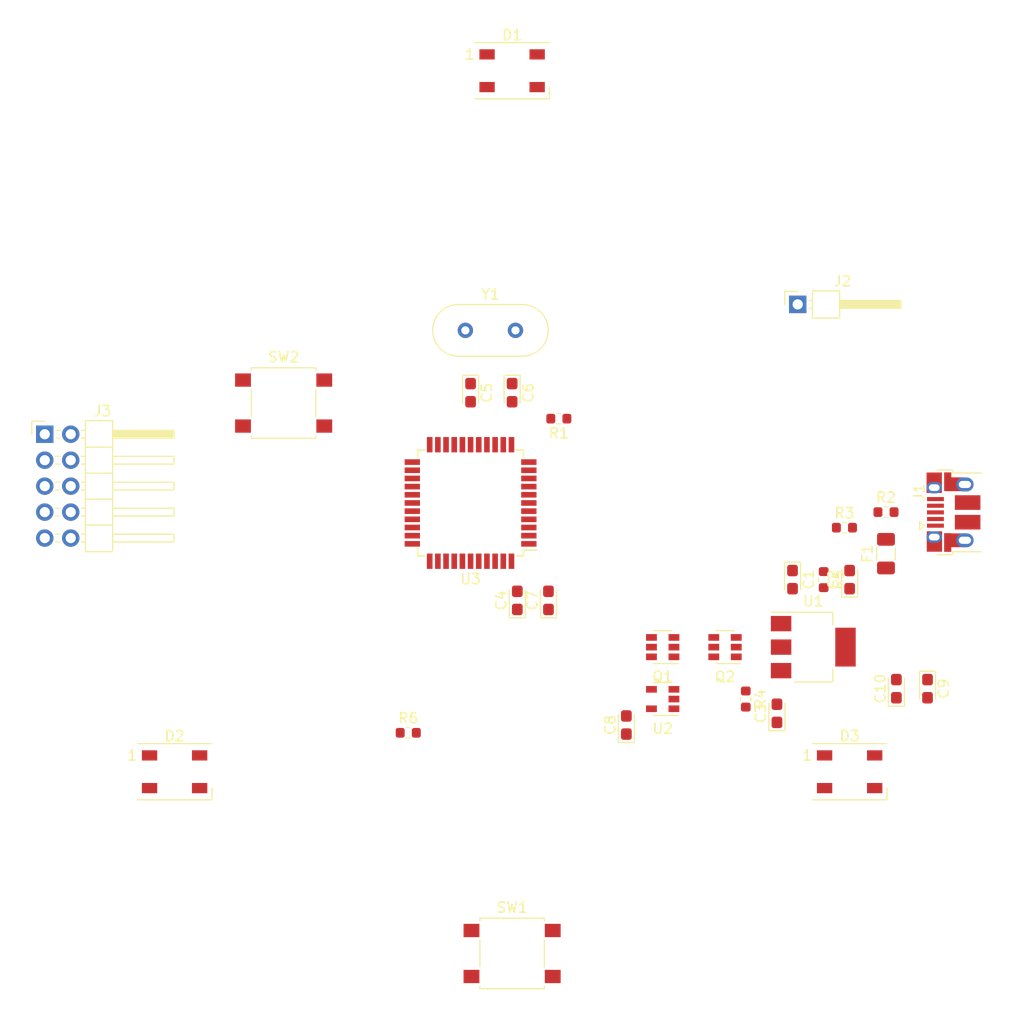
<source format=kicad_pcb>
(kicad_pcb (version 20171130) (host pcbnew "(5.0.0)")

  (general
    (thickness 1.6)
    (drawings 1)
    (tracks 0)
    (zones 0)
    (modules 31)
    (nets 47)
  )

  (page A4)
  (layers
    (0 F.Cu signal)
    (31 B.Cu signal)
    (32 B.Adhes user)
    (33 F.Adhes user)
    (34 B.Paste user)
    (35 F.Paste user)
    (36 B.SilkS user)
    (37 F.SilkS user)
    (38 B.Mask user)
    (39 F.Mask user)
    (40 Dwgs.User user)
    (41 Cmts.User user)
    (42 Eco1.User user)
    (43 Eco2.User user)
    (44 Edge.Cuts user)
    (45 Margin user)
    (46 B.CrtYd user)
    (47 F.CrtYd user)
    (48 B.Fab user)
    (49 F.Fab user)
  )

  (setup
    (last_trace_width 0.25)
    (trace_clearance 0.2)
    (zone_clearance 0.508)
    (zone_45_only no)
    (trace_min 0.2)
    (segment_width 0.2)
    (edge_width 0.15)
    (via_size 0.8)
    (via_drill 0.4)
    (via_min_size 0.4)
    (via_min_drill 0.3)
    (uvia_size 0.3)
    (uvia_drill 0.1)
    (uvias_allowed no)
    (uvia_min_size 0.2)
    (uvia_min_drill 0.1)
    (pcb_text_width 0.3)
    (pcb_text_size 1.5 1.5)
    (mod_edge_width 0.15)
    (mod_text_size 1 1)
    (mod_text_width 0.15)
    (pad_size 1.524 1.524)
    (pad_drill 0.762)
    (pad_to_mask_clearance 0.2)
    (aux_axis_origin 0 0)
    (grid_origin 146.558 98.298)
    (visible_elements 7FFFFFFF)
    (pcbplotparams
      (layerselection 0x010fc_ffffffff)
      (usegerberextensions false)
      (usegerberattributes false)
      (usegerberadvancedattributes false)
      (creategerberjobfile false)
      (excludeedgelayer true)
      (linewidth 0.100000)
      (plotframeref false)
      (viasonmask false)
      (mode 1)
      (useauxorigin false)
      (hpglpennumber 1)
      (hpglpenspeed 20)
      (hpglpendiameter 15.000000)
      (psnegative false)
      (psa4output false)
      (plotreference true)
      (plotvalue true)
      (plotinvisibletext false)
      (padsonsilk false)
      (subtractmaskfromsilk false)
      (outputformat 1)
      (mirror false)
      (drillshape 1)
      (scaleselection 1)
      (outputdirectory ""))
  )

  (net 0 "")
  (net 1 GND)
  (net 2 "Net-(C1-Pad1)")
  (net 3 VBUS)
  (net 4 "Net-(C3-Pad2)")
  (net 5 +3V3)
  (net 6 "Net-(C5-Pad1)")
  (net 7 "Net-(C6-Pad1)")
  (net 8 +5V)
  (net 9 "Net-(D1-Pad4)")
  (net 10 "Net-(D1-Pad2)")
  (net 11 "Net-(D2-Pad2)")
  (net 12 "Net-(D3-Pad2)")
  (net 13 "Net-(J1-Pad2)")
  (net 14 "Net-(J1-Pad3)")
  (net 15 "Net-(J1-Pad4)")
  (net 16 /Vin)
  (net 17 "Net-(J3-Pad1)")
  (net 18 "Net-(J3-Pad3)")
  (net 19 "Net-(J3-Pad5)")
  (net 20 /reset)
  (net 21 "Net-(J3-Pad9)")
  (net 22 /Input_Interrupt)
  (net 23 /D+)
  (net 24 /D-)
  (net 25 "Net-(U2-Pad4)")
  (net 26 "Net-(U3-Pad1)")
  (net 27 "Net-(U3-Pad6)")
  (net 28 "Net-(U3-Pad9)")
  (net 29 "Net-(U3-Pad10)")
  (net 30 "Net-(U3-Pad11)")
  (net 31 "Net-(U3-Pad18)")
  (net 32 "Net-(U3-Pad19)")
  (net 33 "Net-(U3-Pad20)")
  (net 34 "Net-(U3-Pad21)")
  (net 35 "Net-(U3-Pad22)")
  (net 36 "Net-(U3-Pad25)")
  (net 37 "Net-(U3-Pad26)")
  (net 38 "Net-(U3-Pad27)")
  (net 39 "Net-(U3-Pad28)")
  (net 40 "Net-(U3-Pad29)")
  (net 41 "Net-(U3-Pad30)")
  (net 42 "Net-(U3-Pad31)")
  (net 43 "Net-(U3-Pad32)")
  (net 44 "Net-(U3-Pad33)")
  (net 45 "Net-(U3-Pad40)")
  (net 46 "Net-(U3-Pad41)")

  (net_class Default "This is the default net class."
    (clearance 0.2)
    (trace_width 0.25)
    (via_dia 0.8)
    (via_drill 0.4)
    (uvia_dia 0.3)
    (uvia_drill 0.1)
    (add_net +3V3)
    (add_net +5V)
    (add_net /D+)
    (add_net /D-)
    (add_net /Input_Interrupt)
    (add_net /Vin)
    (add_net /reset)
    (add_net GND)
    (add_net "Net-(C1-Pad1)")
    (add_net "Net-(C3-Pad2)")
    (add_net "Net-(C5-Pad1)")
    (add_net "Net-(C6-Pad1)")
    (add_net "Net-(D1-Pad2)")
    (add_net "Net-(D1-Pad4)")
    (add_net "Net-(D2-Pad2)")
    (add_net "Net-(D3-Pad2)")
    (add_net "Net-(J1-Pad2)")
    (add_net "Net-(J1-Pad3)")
    (add_net "Net-(J1-Pad4)")
    (add_net "Net-(J3-Pad1)")
    (add_net "Net-(J3-Pad3)")
    (add_net "Net-(J3-Pad5)")
    (add_net "Net-(J3-Pad9)")
    (add_net "Net-(U2-Pad4)")
    (add_net "Net-(U3-Pad1)")
    (add_net "Net-(U3-Pad10)")
    (add_net "Net-(U3-Pad11)")
    (add_net "Net-(U3-Pad18)")
    (add_net "Net-(U3-Pad19)")
    (add_net "Net-(U3-Pad20)")
    (add_net "Net-(U3-Pad21)")
    (add_net "Net-(U3-Pad22)")
    (add_net "Net-(U3-Pad25)")
    (add_net "Net-(U3-Pad26)")
    (add_net "Net-(U3-Pad27)")
    (add_net "Net-(U3-Pad28)")
    (add_net "Net-(U3-Pad29)")
    (add_net "Net-(U3-Pad30)")
    (add_net "Net-(U3-Pad31)")
    (add_net "Net-(U3-Pad32)")
    (add_net "Net-(U3-Pad33)")
    (add_net "Net-(U3-Pad40)")
    (add_net "Net-(U3-Pad41)")
    (add_net "Net-(U3-Pad6)")
    (add_net "Net-(U3-Pad9)")
    (add_net VBUS)
  )

  (module Capacitor_Tantalum_SMD:CP_EIA-2012-12_Kemet-R (layer F.Cu) (tedit 5B301BBE) (tstamp 5BFD2883)
    (at 173.99 104.902 270)
    (descr "Tantalum Capacitor SMD Kemet-R (2012-12 Metric), IPC_7351 nominal, (Body size from: https://www.vishay.com/docs/40182/tmch.pdf), generated with kicad-footprint-generator")
    (tags "capacitor tantalum")
    (path /5BF91BA6)
    (attr smd)
    (fp_text reference C1 (at 0 -1.58 270) (layer F.SilkS)
      (effects (font (size 1 1) (thickness 0.15)))
    )
    (fp_text value 22µF (at 0 1.58 270) (layer F.Fab)
      (effects (font (size 1 1) (thickness 0.15)))
    )
    (fp_text user %R (at 0 0 270) (layer F.Fab)
      (effects (font (size 0.5 0.5) (thickness 0.08)))
    )
    (fp_line (start 1.7 0.88) (end -1.7 0.88) (layer F.CrtYd) (width 0.05))
    (fp_line (start 1.7 -0.88) (end 1.7 0.88) (layer F.CrtYd) (width 0.05))
    (fp_line (start -1.7 -0.88) (end 1.7 -0.88) (layer F.CrtYd) (width 0.05))
    (fp_line (start -1.7 0.88) (end -1.7 -0.88) (layer F.CrtYd) (width 0.05))
    (fp_line (start -1.71 0.785) (end 1 0.785) (layer F.SilkS) (width 0.12))
    (fp_line (start -1.71 -0.785) (end -1.71 0.785) (layer F.SilkS) (width 0.12))
    (fp_line (start 1 -0.785) (end -1.71 -0.785) (layer F.SilkS) (width 0.12))
    (fp_line (start 1 0.625) (end 1 -0.625) (layer F.Fab) (width 0.1))
    (fp_line (start -1 0.625) (end 1 0.625) (layer F.Fab) (width 0.1))
    (fp_line (start -1 -0.3125) (end -1 0.625) (layer F.Fab) (width 0.1))
    (fp_line (start -0.6875 -0.625) (end -1 -0.3125) (layer F.Fab) (width 0.1))
    (fp_line (start 1 -0.625) (end -0.6875 -0.625) (layer F.Fab) (width 0.1))
    (pad 2 smd roundrect (at 0.8875 0 270) (size 1.125 1.05) (layers F.Cu F.Paste F.Mask) (roundrect_rratio 0.238095)
      (net 1 GND))
    (pad 1 smd roundrect (at -0.8875 0 270) (size 1.125 1.05) (layers F.Cu F.Paste F.Mask) (roundrect_rratio 0.238095)
      (net 2 "Net-(C1-Pad1)"))
    (model ${KISYS3DMOD}/Capacitor_Tantalum_SMD.3dshapes/CP_EIA-2012-12_Kemet-R.wrl
      (at (xyz 0 0 0))
      (scale (xyz 1 1 1))
      (rotate (xyz 0 0 0))
    )
  )

  (module Capacitor_Tantalum_SMD:CP_EIA-2012-12_Kemet-R (layer F.Cu) (tedit 5B301BBE) (tstamp 5BFD4589)
    (at 179.578 104.902 90)
    (descr "Tantalum Capacitor SMD Kemet-R (2012-12 Metric), IPC_7351 nominal, (Body size from: https://www.vishay.com/docs/40182/tmch.pdf), generated with kicad-footprint-generator")
    (tags "capacitor tantalum")
    (path /5BF91B88)
    (attr smd)
    (fp_text reference C2 (at 0 -1.58 90) (layer F.SilkS)
      (effects (font (size 1 1) (thickness 0.15)))
    )
    (fp_text value 100nF (at 0 1.58 90) (layer F.Fab)
      (effects (font (size 1 1) (thickness 0.15)))
    )
    (fp_line (start 1 -0.625) (end -0.6875 -0.625) (layer F.Fab) (width 0.1))
    (fp_line (start -0.6875 -0.625) (end -1 -0.3125) (layer F.Fab) (width 0.1))
    (fp_line (start -1 -0.3125) (end -1 0.625) (layer F.Fab) (width 0.1))
    (fp_line (start -1 0.625) (end 1 0.625) (layer F.Fab) (width 0.1))
    (fp_line (start 1 0.625) (end 1 -0.625) (layer F.Fab) (width 0.1))
    (fp_line (start 1 -0.785) (end -1.71 -0.785) (layer F.SilkS) (width 0.12))
    (fp_line (start -1.71 -0.785) (end -1.71 0.785) (layer F.SilkS) (width 0.12))
    (fp_line (start -1.71 0.785) (end 1 0.785) (layer F.SilkS) (width 0.12))
    (fp_line (start -1.7 0.88) (end -1.7 -0.88) (layer F.CrtYd) (width 0.05))
    (fp_line (start -1.7 -0.88) (end 1.7 -0.88) (layer F.CrtYd) (width 0.05))
    (fp_line (start 1.7 -0.88) (end 1.7 0.88) (layer F.CrtYd) (width 0.05))
    (fp_line (start 1.7 0.88) (end -1.7 0.88) (layer F.CrtYd) (width 0.05))
    (fp_text user %R (at 0 0 90) (layer F.Fab)
      (effects (font (size 0.5 0.5) (thickness 0.08)))
    )
    (pad 1 smd roundrect (at -0.8875 0 90) (size 1.125 1.05) (layers F.Cu F.Paste F.Mask) (roundrect_rratio 0.238095)
      (net 1 GND))
    (pad 2 smd roundrect (at 0.8875 0 90) (size 1.125 1.05) (layers F.Cu F.Paste F.Mask) (roundrect_rratio 0.238095)
      (net 3 VBUS))
    (model ${KISYS3DMOD}/Capacitor_Tantalum_SMD.3dshapes/CP_EIA-2012-12_Kemet-R.wrl
      (at (xyz 0 0 0))
      (scale (xyz 1 1 1))
      (rotate (xyz 0 0 0))
    )
  )

  (module Capacitor_Tantalum_SMD:CP_EIA-2012-12_Kemet-R (layer F.Cu) (tedit 5B301BBE) (tstamp 5BFD3997)
    (at 172.466 117.9815 90)
    (descr "Tantalum Capacitor SMD Kemet-R (2012-12 Metric), IPC_7351 nominal, (Body size from: https://www.vishay.com/docs/40182/tmch.pdf), generated with kicad-footprint-generator")
    (tags "capacitor tantalum")
    (path /5BEEC521)
    (attr smd)
    (fp_text reference C3 (at 0 -1.58 90) (layer F.SilkS)
      (effects (font (size 1 1) (thickness 0.15)))
    )
    (fp_text value 100nF (at 0 1.58 90) (layer F.Fab)
      (effects (font (size 1 1) (thickness 0.15)))
    )
    (fp_line (start 1 -0.625) (end -0.6875 -0.625) (layer F.Fab) (width 0.1))
    (fp_line (start -0.6875 -0.625) (end -1 -0.3125) (layer F.Fab) (width 0.1))
    (fp_line (start -1 -0.3125) (end -1 0.625) (layer F.Fab) (width 0.1))
    (fp_line (start -1 0.625) (end 1 0.625) (layer F.Fab) (width 0.1))
    (fp_line (start 1 0.625) (end 1 -0.625) (layer F.Fab) (width 0.1))
    (fp_line (start 1 -0.785) (end -1.71 -0.785) (layer F.SilkS) (width 0.12))
    (fp_line (start -1.71 -0.785) (end -1.71 0.785) (layer F.SilkS) (width 0.12))
    (fp_line (start -1.71 0.785) (end 1 0.785) (layer F.SilkS) (width 0.12))
    (fp_line (start -1.7 0.88) (end -1.7 -0.88) (layer F.CrtYd) (width 0.05))
    (fp_line (start -1.7 -0.88) (end 1.7 -0.88) (layer F.CrtYd) (width 0.05))
    (fp_line (start 1.7 -0.88) (end 1.7 0.88) (layer F.CrtYd) (width 0.05))
    (fp_line (start 1.7 0.88) (end -1.7 0.88) (layer F.CrtYd) (width 0.05))
    (fp_text user %R (at 0 0 90) (layer F.Fab)
      (effects (font (size 0.5 0.5) (thickness 0.08)))
    )
    (pad 1 smd roundrect (at -0.8875 0 90) (size 1.125 1.05) (layers F.Cu F.Paste F.Mask) (roundrect_rratio 0.238095)
      (net 1 GND))
    (pad 2 smd roundrect (at 0.8875 0 90) (size 1.125 1.05) (layers F.Cu F.Paste F.Mask) (roundrect_rratio 0.238095)
      (net 4 "Net-(C3-Pad2)"))
    (model ${KISYS3DMOD}/Capacitor_Tantalum_SMD.3dshapes/CP_EIA-2012-12_Kemet-R.wrl
      (at (xyz 0 0 0))
      (scale (xyz 1 1 1))
      (rotate (xyz 0 0 0))
    )
  )

  (module Capacitor_Tantalum_SMD:CP_EIA-2012-12_Kemet-R (layer F.Cu) (tedit 5B301BBE) (tstamp 5BFD28BC)
    (at 147.066 106.934 90)
    (descr "Tantalum Capacitor SMD Kemet-R (2012-12 Metric), IPC_7351 nominal, (Body size from: https://www.vishay.com/docs/40182/tmch.pdf), generated with kicad-footprint-generator")
    (tags "capacitor tantalum")
    (path /5BEF39C8)
    (attr smd)
    (fp_text reference C4 (at 0 -1.58 90) (layer F.SilkS)
      (effects (font (size 1 1) (thickness 0.15)))
    )
    (fp_text value 0.1µF (at 0 1.58 90) (layer F.Fab)
      (effects (font (size 1 1) (thickness 0.15)))
    )
    (fp_line (start 1 -0.625) (end -0.6875 -0.625) (layer F.Fab) (width 0.1))
    (fp_line (start -0.6875 -0.625) (end -1 -0.3125) (layer F.Fab) (width 0.1))
    (fp_line (start -1 -0.3125) (end -1 0.625) (layer F.Fab) (width 0.1))
    (fp_line (start -1 0.625) (end 1 0.625) (layer F.Fab) (width 0.1))
    (fp_line (start 1 0.625) (end 1 -0.625) (layer F.Fab) (width 0.1))
    (fp_line (start 1 -0.785) (end -1.71 -0.785) (layer F.SilkS) (width 0.12))
    (fp_line (start -1.71 -0.785) (end -1.71 0.785) (layer F.SilkS) (width 0.12))
    (fp_line (start -1.71 0.785) (end 1 0.785) (layer F.SilkS) (width 0.12))
    (fp_line (start -1.7 0.88) (end -1.7 -0.88) (layer F.CrtYd) (width 0.05))
    (fp_line (start -1.7 -0.88) (end 1.7 -0.88) (layer F.CrtYd) (width 0.05))
    (fp_line (start 1.7 -0.88) (end 1.7 0.88) (layer F.CrtYd) (width 0.05))
    (fp_line (start 1.7 0.88) (end -1.7 0.88) (layer F.CrtYd) (width 0.05))
    (fp_text user %R (at 0 0 90) (layer F.Fab)
      (effects (font (size 0.5 0.5) (thickness 0.08)))
    )
    (pad 1 smd roundrect (at -0.8875 0 90) (size 1.125 1.05) (layers F.Cu F.Paste F.Mask) (roundrect_rratio 0.238095)
      (net 1 GND))
    (pad 2 smd roundrect (at 0.8875 0 90) (size 1.125 1.05) (layers F.Cu F.Paste F.Mask) (roundrect_rratio 0.238095)
      (net 5 +3V3))
    (model ${KISYS3DMOD}/Capacitor_Tantalum_SMD.3dshapes/CP_EIA-2012-12_Kemet-R.wrl
      (at (xyz 0 0 0))
      (scale (xyz 1 1 1))
      (rotate (xyz 0 0 0))
    )
  )

  (module Capacitor_Tantalum_SMD:CP_EIA-2012-12_Kemet-R (layer F.Cu) (tedit 5B301BBE) (tstamp 5BFD4814)
    (at 142.494 86.614 270)
    (descr "Tantalum Capacitor SMD Kemet-R (2012-12 Metric), IPC_7351 nominal, (Body size from: https://www.vishay.com/docs/40182/tmch.pdf), generated with kicad-footprint-generator")
    (tags "capacitor tantalum")
    (path /5BEB4063)
    (attr smd)
    (fp_text reference C5 (at 0 -1.58 270) (layer F.SilkS)
      (effects (font (size 1 1) (thickness 0.15)))
    )
    (fp_text value 22pF (at 0 1.58 270) (layer F.Fab)
      (effects (font (size 1 1) (thickness 0.15)))
    )
    (fp_text user %R (at 0 0 270) (layer F.Fab)
      (effects (font (size 0.5 0.5) (thickness 0.08)))
    )
    (fp_line (start 1.7 0.88) (end -1.7 0.88) (layer F.CrtYd) (width 0.05))
    (fp_line (start 1.7 -0.88) (end 1.7 0.88) (layer F.CrtYd) (width 0.05))
    (fp_line (start -1.7 -0.88) (end 1.7 -0.88) (layer F.CrtYd) (width 0.05))
    (fp_line (start -1.7 0.88) (end -1.7 -0.88) (layer F.CrtYd) (width 0.05))
    (fp_line (start -1.71 0.785) (end 1 0.785) (layer F.SilkS) (width 0.12))
    (fp_line (start -1.71 -0.785) (end -1.71 0.785) (layer F.SilkS) (width 0.12))
    (fp_line (start 1 -0.785) (end -1.71 -0.785) (layer F.SilkS) (width 0.12))
    (fp_line (start 1 0.625) (end 1 -0.625) (layer F.Fab) (width 0.1))
    (fp_line (start -1 0.625) (end 1 0.625) (layer F.Fab) (width 0.1))
    (fp_line (start -1 -0.3125) (end -1 0.625) (layer F.Fab) (width 0.1))
    (fp_line (start -0.6875 -0.625) (end -1 -0.3125) (layer F.Fab) (width 0.1))
    (fp_line (start 1 -0.625) (end -0.6875 -0.625) (layer F.Fab) (width 0.1))
    (pad 2 smd roundrect (at 0.8875 0 270) (size 1.125 1.05) (layers F.Cu F.Paste F.Mask) (roundrect_rratio 0.238095)
      (net 1 GND))
    (pad 1 smd roundrect (at -0.8875 0 270) (size 1.125 1.05) (layers F.Cu F.Paste F.Mask) (roundrect_rratio 0.238095)
      (net 6 "Net-(C5-Pad1)"))
    (model ${KISYS3DMOD}/Capacitor_Tantalum_SMD.3dshapes/CP_EIA-2012-12_Kemet-R.wrl
      (at (xyz 0 0 0))
      (scale (xyz 1 1 1))
      (rotate (xyz 0 0 0))
    )
  )

  (module Capacitor_Tantalum_SMD:CP_EIA-2012-12_Kemet-R (layer F.Cu) (tedit 5B301BBE) (tstamp 5BFD47DE)
    (at 146.558 86.614 270)
    (descr "Tantalum Capacitor SMD Kemet-R (2012-12 Metric), IPC_7351 nominal, (Body size from: https://www.vishay.com/docs/40182/tmch.pdf), generated with kicad-footprint-generator")
    (tags "capacitor tantalum")
    (path /5BEB40E3)
    (attr smd)
    (fp_text reference C6 (at 0 -1.58 270) (layer F.SilkS)
      (effects (font (size 1 1) (thickness 0.15)))
    )
    (fp_text value 22pF (at 0 1.58 270) (layer F.Fab)
      (effects (font (size 1 1) (thickness 0.15)))
    )
    (fp_line (start 1 -0.625) (end -0.6875 -0.625) (layer F.Fab) (width 0.1))
    (fp_line (start -0.6875 -0.625) (end -1 -0.3125) (layer F.Fab) (width 0.1))
    (fp_line (start -1 -0.3125) (end -1 0.625) (layer F.Fab) (width 0.1))
    (fp_line (start -1 0.625) (end 1 0.625) (layer F.Fab) (width 0.1))
    (fp_line (start 1 0.625) (end 1 -0.625) (layer F.Fab) (width 0.1))
    (fp_line (start 1 -0.785) (end -1.71 -0.785) (layer F.SilkS) (width 0.12))
    (fp_line (start -1.71 -0.785) (end -1.71 0.785) (layer F.SilkS) (width 0.12))
    (fp_line (start -1.71 0.785) (end 1 0.785) (layer F.SilkS) (width 0.12))
    (fp_line (start -1.7 0.88) (end -1.7 -0.88) (layer F.CrtYd) (width 0.05))
    (fp_line (start -1.7 -0.88) (end 1.7 -0.88) (layer F.CrtYd) (width 0.05))
    (fp_line (start 1.7 -0.88) (end 1.7 0.88) (layer F.CrtYd) (width 0.05))
    (fp_line (start 1.7 0.88) (end -1.7 0.88) (layer F.CrtYd) (width 0.05))
    (fp_text user %R (at 0 0 270) (layer F.Fab)
      (effects (font (size 0.5 0.5) (thickness 0.08)))
    )
    (pad 1 smd roundrect (at -0.8875 0 270) (size 1.125 1.05) (layers F.Cu F.Paste F.Mask) (roundrect_rratio 0.238095)
      (net 7 "Net-(C6-Pad1)"))
    (pad 2 smd roundrect (at 0.8875 0 270) (size 1.125 1.05) (layers F.Cu F.Paste F.Mask) (roundrect_rratio 0.238095)
      (net 1 GND))
    (model ${KISYS3DMOD}/Capacitor_Tantalum_SMD.3dshapes/CP_EIA-2012-12_Kemet-R.wrl
      (at (xyz 0 0 0))
      (scale (xyz 1 1 1))
      (rotate (xyz 0 0 0))
    )
  )

  (module Capacitor_Tantalum_SMD:CP_EIA-2012-12_Kemet-R (layer F.Cu) (tedit 5B301BBE) (tstamp 5BFD28F5)
    (at 150.114 106.934 90)
    (descr "Tantalum Capacitor SMD Kemet-R (2012-12 Metric), IPC_7351 nominal, (Body size from: https://www.vishay.com/docs/40182/tmch.pdf), generated with kicad-footprint-generator")
    (tags "capacitor tantalum")
    (path /5BEF3BB6)
    (attr smd)
    (fp_text reference C7 (at 0 -1.58 90) (layer F.SilkS)
      (effects (font (size 1 1) (thickness 0.15)))
    )
    (fp_text value 0.1µF (at 0 1.58 90) (layer F.Fab)
      (effects (font (size 1 1) (thickness 0.15)))
    )
    (fp_text user %R (at 0 0 90) (layer F.Fab)
      (effects (font (size 0.5 0.5) (thickness 0.08)))
    )
    (fp_line (start 1.7 0.88) (end -1.7 0.88) (layer F.CrtYd) (width 0.05))
    (fp_line (start 1.7 -0.88) (end 1.7 0.88) (layer F.CrtYd) (width 0.05))
    (fp_line (start -1.7 -0.88) (end 1.7 -0.88) (layer F.CrtYd) (width 0.05))
    (fp_line (start -1.7 0.88) (end -1.7 -0.88) (layer F.CrtYd) (width 0.05))
    (fp_line (start -1.71 0.785) (end 1 0.785) (layer F.SilkS) (width 0.12))
    (fp_line (start -1.71 -0.785) (end -1.71 0.785) (layer F.SilkS) (width 0.12))
    (fp_line (start 1 -0.785) (end -1.71 -0.785) (layer F.SilkS) (width 0.12))
    (fp_line (start 1 0.625) (end 1 -0.625) (layer F.Fab) (width 0.1))
    (fp_line (start -1 0.625) (end 1 0.625) (layer F.Fab) (width 0.1))
    (fp_line (start -1 -0.3125) (end -1 0.625) (layer F.Fab) (width 0.1))
    (fp_line (start -0.6875 -0.625) (end -1 -0.3125) (layer F.Fab) (width 0.1))
    (fp_line (start 1 -0.625) (end -0.6875 -0.625) (layer F.Fab) (width 0.1))
    (pad 2 smd roundrect (at 0.8875 0 90) (size 1.125 1.05) (layers F.Cu F.Paste F.Mask) (roundrect_rratio 0.238095)
      (net 5 +3V3))
    (pad 1 smd roundrect (at -0.8875 0 90) (size 1.125 1.05) (layers F.Cu F.Paste F.Mask) (roundrect_rratio 0.238095)
      (net 1 GND))
    (model ${KISYS3DMOD}/Capacitor_Tantalum_SMD.3dshapes/CP_EIA-2012-12_Kemet-R.wrl
      (at (xyz 0 0 0))
      (scale (xyz 1 1 1))
      (rotate (xyz 0 0 0))
    )
  )

  (module Capacitor_Tantalum_SMD:CP_EIA-2012-12_Kemet-R (layer F.Cu) (tedit 5B301BBE) (tstamp 5BFD2908)
    (at 157.734 119.126 90)
    (descr "Tantalum Capacitor SMD Kemet-R (2012-12 Metric), IPC_7351 nominal, (Body size from: https://www.vishay.com/docs/40182/tmch.pdf), generated with kicad-footprint-generator")
    (tags "capacitor tantalum")
    (path /5BF29482)
    (attr smd)
    (fp_text reference C8 (at 0 -1.58 90) (layer F.SilkS)
      (effects (font (size 1 1) (thickness 0.15)))
    )
    (fp_text value 1µF (at 0 1.58 90) (layer F.Fab)
      (effects (font (size 1 1) (thickness 0.15)))
    )
    (fp_text user %R (at 0 0 90) (layer F.Fab)
      (effects (font (size 0.5 0.5) (thickness 0.08)))
    )
    (fp_line (start 1.7 0.88) (end -1.7 0.88) (layer F.CrtYd) (width 0.05))
    (fp_line (start 1.7 -0.88) (end 1.7 0.88) (layer F.CrtYd) (width 0.05))
    (fp_line (start -1.7 -0.88) (end 1.7 -0.88) (layer F.CrtYd) (width 0.05))
    (fp_line (start -1.7 0.88) (end -1.7 -0.88) (layer F.CrtYd) (width 0.05))
    (fp_line (start -1.71 0.785) (end 1 0.785) (layer F.SilkS) (width 0.12))
    (fp_line (start -1.71 -0.785) (end -1.71 0.785) (layer F.SilkS) (width 0.12))
    (fp_line (start 1 -0.785) (end -1.71 -0.785) (layer F.SilkS) (width 0.12))
    (fp_line (start 1 0.625) (end 1 -0.625) (layer F.Fab) (width 0.1))
    (fp_line (start -1 0.625) (end 1 0.625) (layer F.Fab) (width 0.1))
    (fp_line (start -1 -0.3125) (end -1 0.625) (layer F.Fab) (width 0.1))
    (fp_line (start -0.6875 -0.625) (end -1 -0.3125) (layer F.Fab) (width 0.1))
    (fp_line (start 1 -0.625) (end -0.6875 -0.625) (layer F.Fab) (width 0.1))
    (pad 2 smd roundrect (at 0.8875 0 90) (size 1.125 1.05) (layers F.Cu F.Paste F.Mask) (roundrect_rratio 0.238095)
      (net 5 +3V3))
    (pad 1 smd roundrect (at -0.8875 0 90) (size 1.125 1.05) (layers F.Cu F.Paste F.Mask) (roundrect_rratio 0.238095)
      (net 1 GND))
    (model ${KISYS3DMOD}/Capacitor_Tantalum_SMD.3dshapes/CP_EIA-2012-12_Kemet-R.wrl
      (at (xyz 0 0 0))
      (scale (xyz 1 1 1))
      (rotate (xyz 0 0 0))
    )
  )

  (module Capacitor_Tantalum_SMD:CP_EIA-2012-12_Kemet-R (layer F.Cu) (tedit 5B301BBE) (tstamp 5BFD291B)
    (at 187.198 115.57 270)
    (descr "Tantalum Capacitor SMD Kemet-R (2012-12 Metric), IPC_7351 nominal, (Body size from: https://www.vishay.com/docs/40182/tmch.pdf), generated with kicad-footprint-generator")
    (tags "capacitor tantalum")
    (path /5BF24F61)
    (attr smd)
    (fp_text reference C9 (at 0 -1.58 270) (layer F.SilkS)
      (effects (font (size 1 1) (thickness 0.15)))
    )
    (fp_text value 22µF (at 0 1.58 270) (layer F.Fab)
      (effects (font (size 1 1) (thickness 0.15)))
    )
    (fp_line (start 1 -0.625) (end -0.6875 -0.625) (layer F.Fab) (width 0.1))
    (fp_line (start -0.6875 -0.625) (end -1 -0.3125) (layer F.Fab) (width 0.1))
    (fp_line (start -1 -0.3125) (end -1 0.625) (layer F.Fab) (width 0.1))
    (fp_line (start -1 0.625) (end 1 0.625) (layer F.Fab) (width 0.1))
    (fp_line (start 1 0.625) (end 1 -0.625) (layer F.Fab) (width 0.1))
    (fp_line (start 1 -0.785) (end -1.71 -0.785) (layer F.SilkS) (width 0.12))
    (fp_line (start -1.71 -0.785) (end -1.71 0.785) (layer F.SilkS) (width 0.12))
    (fp_line (start -1.71 0.785) (end 1 0.785) (layer F.SilkS) (width 0.12))
    (fp_line (start -1.7 0.88) (end -1.7 -0.88) (layer F.CrtYd) (width 0.05))
    (fp_line (start -1.7 -0.88) (end 1.7 -0.88) (layer F.CrtYd) (width 0.05))
    (fp_line (start 1.7 -0.88) (end 1.7 0.88) (layer F.CrtYd) (width 0.05))
    (fp_line (start 1.7 0.88) (end -1.7 0.88) (layer F.CrtYd) (width 0.05))
    (fp_text user %R (at 0 0 270) (layer F.Fab)
      (effects (font (size 0.5 0.5) (thickness 0.08)))
    )
    (pad 1 smd roundrect (at -0.8875 0 270) (size 1.125 1.05) (layers F.Cu F.Paste F.Mask) (roundrect_rratio 0.238095)
      (net 8 +5V))
    (pad 2 smd roundrect (at 0.8875 0 270) (size 1.125 1.05) (layers F.Cu F.Paste F.Mask) (roundrect_rratio 0.238095)
      (net 1 GND))
    (model ${KISYS3DMOD}/Capacitor_Tantalum_SMD.3dshapes/CP_EIA-2012-12_Kemet-R.wrl
      (at (xyz 0 0 0))
      (scale (xyz 1 1 1))
      (rotate (xyz 0 0 0))
    )
  )

  (module Capacitor_Tantalum_SMD:CP_EIA-2012-12_Kemet-R (layer F.Cu) (tedit 5B301BBE) (tstamp 5BFD292E)
    (at 184.15 115.57 90)
    (descr "Tantalum Capacitor SMD Kemet-R (2012-12 Metric), IPC_7351 nominal, (Body size from: https://www.vishay.com/docs/40182/tmch.pdf), generated with kicad-footprint-generator")
    (tags "capacitor tantalum")
    (path /5BF03C00)
    (attr smd)
    (fp_text reference C10 (at 0 -1.58 90) (layer F.SilkS)
      (effects (font (size 1 1) (thickness 0.15)))
    )
    (fp_text value 100nF (at 0 1.58 90) (layer F.Fab)
      (effects (font (size 1 1) (thickness 0.15)))
    )
    (fp_text user %R (at 0 0 90) (layer F.Fab)
      (effects (font (size 0.5 0.5) (thickness 0.08)))
    )
    (fp_line (start 1.7 0.88) (end -1.7 0.88) (layer F.CrtYd) (width 0.05))
    (fp_line (start 1.7 -0.88) (end 1.7 0.88) (layer F.CrtYd) (width 0.05))
    (fp_line (start -1.7 -0.88) (end 1.7 -0.88) (layer F.CrtYd) (width 0.05))
    (fp_line (start -1.7 0.88) (end -1.7 -0.88) (layer F.CrtYd) (width 0.05))
    (fp_line (start -1.71 0.785) (end 1 0.785) (layer F.SilkS) (width 0.12))
    (fp_line (start -1.71 -0.785) (end -1.71 0.785) (layer F.SilkS) (width 0.12))
    (fp_line (start 1 -0.785) (end -1.71 -0.785) (layer F.SilkS) (width 0.12))
    (fp_line (start 1 0.625) (end 1 -0.625) (layer F.Fab) (width 0.1))
    (fp_line (start -1 0.625) (end 1 0.625) (layer F.Fab) (width 0.1))
    (fp_line (start -1 -0.3125) (end -1 0.625) (layer F.Fab) (width 0.1))
    (fp_line (start -0.6875 -0.625) (end -1 -0.3125) (layer F.Fab) (width 0.1))
    (fp_line (start 1 -0.625) (end -0.6875 -0.625) (layer F.Fab) (width 0.1))
    (pad 2 smd roundrect (at 0.8875 0 90) (size 1.125 1.05) (layers F.Cu F.Paste F.Mask) (roundrect_rratio 0.238095)
      (net 8 +5V))
    (pad 1 smd roundrect (at -0.8875 0 90) (size 1.125 1.05) (layers F.Cu F.Paste F.Mask) (roundrect_rratio 0.238095)
      (net 1 GND))
    (model ${KISYS3DMOD}/Capacitor_Tantalum_SMD.3dshapes/CP_EIA-2012-12_Kemet-R.wrl
      (at (xyz 0 0 0))
      (scale (xyz 1 1 1))
      (rotate (xyz 0 0 0))
    )
  )

  (module LED_SMD:LED_WS2812B_PLCC4_5.0x5.0mm_P3.2mm (layer F.Cu) (tedit 5AA4B285) (tstamp 5BFD2945)
    (at 146.558 55.118)
    (descr https://cdn-shop.adafruit.com/datasheets/WS2812B.pdf)
    (tags "LED RGB NeoPixel")
    (path /5BEAC2A4)
    (attr smd)
    (fp_text reference D1 (at 0 -3.5) (layer F.SilkS)
      (effects (font (size 1 1) (thickness 0.15)))
    )
    (fp_text value WS2812B (at 0 4) (layer F.Fab)
      (effects (font (size 1 1) (thickness 0.15)))
    )
    (fp_text user 1 (at -4.15 -1.6) (layer F.SilkS)
      (effects (font (size 1 1) (thickness 0.15)))
    )
    (fp_text user %R (at 0 0) (layer F.Fab)
      (effects (font (size 0.8 0.8) (thickness 0.15)))
    )
    (fp_line (start 3.45 -2.75) (end -3.45 -2.75) (layer F.CrtYd) (width 0.05))
    (fp_line (start 3.45 2.75) (end 3.45 -2.75) (layer F.CrtYd) (width 0.05))
    (fp_line (start -3.45 2.75) (end 3.45 2.75) (layer F.CrtYd) (width 0.05))
    (fp_line (start -3.45 -2.75) (end -3.45 2.75) (layer F.CrtYd) (width 0.05))
    (fp_line (start 2.5 1.5) (end 1.5 2.5) (layer F.Fab) (width 0.1))
    (fp_line (start -2.5 -2.5) (end -2.5 2.5) (layer F.Fab) (width 0.1))
    (fp_line (start -2.5 2.5) (end 2.5 2.5) (layer F.Fab) (width 0.1))
    (fp_line (start 2.5 2.5) (end 2.5 -2.5) (layer F.Fab) (width 0.1))
    (fp_line (start 2.5 -2.5) (end -2.5 -2.5) (layer F.Fab) (width 0.1))
    (fp_line (start -3.65 -2.75) (end 3.65 -2.75) (layer F.SilkS) (width 0.12))
    (fp_line (start -3.65 2.75) (end 3.65 2.75) (layer F.SilkS) (width 0.12))
    (fp_line (start 3.65 2.75) (end 3.65 1.6) (layer F.SilkS) (width 0.12))
    (fp_circle (center 0 0) (end 0 -2) (layer F.Fab) (width 0.1))
    (pad 3 smd rect (at 2.45 1.6) (size 1.5 1) (layers F.Cu F.Paste F.Mask)
      (net 1 GND))
    (pad 4 smd rect (at 2.45 -1.6) (size 1.5 1) (layers F.Cu F.Paste F.Mask)
      (net 9 "Net-(D1-Pad4)"))
    (pad 2 smd rect (at -2.45 1.6) (size 1.5 1) (layers F.Cu F.Paste F.Mask)
      (net 10 "Net-(D1-Pad2)"))
    (pad 1 smd rect (at -2.45 -1.6) (size 1.5 1) (layers F.Cu F.Paste F.Mask)
      (net 5 +3V3))
    (model ${KISYS3DMOD}/LED_SMD.3dshapes/LED_WS2812B_PLCC4_5.0x5.0mm_P3.2mm.wrl
      (at (xyz 0 0 0))
      (scale (xyz 1 1 1))
      (rotate (xyz 0 0 0))
    )
  )

  (module LED_SMD:LED_WS2812B_PLCC4_5.0x5.0mm_P3.2mm (layer F.Cu) (tedit 5AA4B285) (tstamp 5BFD295C)
    (at 113.538 123.698)
    (descr https://cdn-shop.adafruit.com/datasheets/WS2812B.pdf)
    (tags "LED RGB NeoPixel")
    (path /5BEAC3BA)
    (attr smd)
    (fp_text reference D2 (at 0 -3.5) (layer F.SilkS)
      (effects (font (size 1 1) (thickness 0.15)))
    )
    (fp_text value WS2812B (at 0 4) (layer F.Fab)
      (effects (font (size 1 1) (thickness 0.15)))
    )
    (fp_circle (center 0 0) (end 0 -2) (layer F.Fab) (width 0.1))
    (fp_line (start 3.65 2.75) (end 3.65 1.6) (layer F.SilkS) (width 0.12))
    (fp_line (start -3.65 2.75) (end 3.65 2.75) (layer F.SilkS) (width 0.12))
    (fp_line (start -3.65 -2.75) (end 3.65 -2.75) (layer F.SilkS) (width 0.12))
    (fp_line (start 2.5 -2.5) (end -2.5 -2.5) (layer F.Fab) (width 0.1))
    (fp_line (start 2.5 2.5) (end 2.5 -2.5) (layer F.Fab) (width 0.1))
    (fp_line (start -2.5 2.5) (end 2.5 2.5) (layer F.Fab) (width 0.1))
    (fp_line (start -2.5 -2.5) (end -2.5 2.5) (layer F.Fab) (width 0.1))
    (fp_line (start 2.5 1.5) (end 1.5 2.5) (layer F.Fab) (width 0.1))
    (fp_line (start -3.45 -2.75) (end -3.45 2.75) (layer F.CrtYd) (width 0.05))
    (fp_line (start -3.45 2.75) (end 3.45 2.75) (layer F.CrtYd) (width 0.05))
    (fp_line (start 3.45 2.75) (end 3.45 -2.75) (layer F.CrtYd) (width 0.05))
    (fp_line (start 3.45 -2.75) (end -3.45 -2.75) (layer F.CrtYd) (width 0.05))
    (fp_text user %R (at 0 0) (layer F.Fab)
      (effects (font (size 0.8 0.8) (thickness 0.15)))
    )
    (fp_text user 1 (at -4.15 -1.6) (layer F.SilkS)
      (effects (font (size 1 1) (thickness 0.15)))
    )
    (pad 1 smd rect (at -2.45 -1.6) (size 1.5 1) (layers F.Cu F.Paste F.Mask)
      (net 5 +3V3))
    (pad 2 smd rect (at -2.45 1.6) (size 1.5 1) (layers F.Cu F.Paste F.Mask)
      (net 11 "Net-(D2-Pad2)"))
    (pad 4 smd rect (at 2.45 -1.6) (size 1.5 1) (layers F.Cu F.Paste F.Mask)
      (net 10 "Net-(D1-Pad2)"))
    (pad 3 smd rect (at 2.45 1.6) (size 1.5 1) (layers F.Cu F.Paste F.Mask)
      (net 1 GND))
    (model ${KISYS3DMOD}/LED_SMD.3dshapes/LED_WS2812B_PLCC4_5.0x5.0mm_P3.2mm.wrl
      (at (xyz 0 0 0))
      (scale (xyz 1 1 1))
      (rotate (xyz 0 0 0))
    )
  )

  (module LED_SMD:LED_WS2812B_PLCC4_5.0x5.0mm_P3.2mm (layer F.Cu) (tedit 5AA4B285) (tstamp 5BFD2973)
    (at 179.578 123.698)
    (descr https://cdn-shop.adafruit.com/datasheets/WS2812B.pdf)
    (tags "LED RGB NeoPixel")
    (path /5BEAC3E8)
    (attr smd)
    (fp_text reference D3 (at 0 -3.5) (layer F.SilkS)
      (effects (font (size 1 1) (thickness 0.15)))
    )
    (fp_text value WS2812B (at 0 4) (layer F.Fab)
      (effects (font (size 1 1) (thickness 0.15)))
    )
    (fp_text user 1 (at -4.15 -1.6) (layer F.SilkS)
      (effects (font (size 1 1) (thickness 0.15)))
    )
    (fp_text user %R (at 0 0) (layer F.Fab)
      (effects (font (size 0.8 0.8) (thickness 0.15)))
    )
    (fp_line (start 3.45 -2.75) (end -3.45 -2.75) (layer F.CrtYd) (width 0.05))
    (fp_line (start 3.45 2.75) (end 3.45 -2.75) (layer F.CrtYd) (width 0.05))
    (fp_line (start -3.45 2.75) (end 3.45 2.75) (layer F.CrtYd) (width 0.05))
    (fp_line (start -3.45 -2.75) (end -3.45 2.75) (layer F.CrtYd) (width 0.05))
    (fp_line (start 2.5 1.5) (end 1.5 2.5) (layer F.Fab) (width 0.1))
    (fp_line (start -2.5 -2.5) (end -2.5 2.5) (layer F.Fab) (width 0.1))
    (fp_line (start -2.5 2.5) (end 2.5 2.5) (layer F.Fab) (width 0.1))
    (fp_line (start 2.5 2.5) (end 2.5 -2.5) (layer F.Fab) (width 0.1))
    (fp_line (start 2.5 -2.5) (end -2.5 -2.5) (layer F.Fab) (width 0.1))
    (fp_line (start -3.65 -2.75) (end 3.65 -2.75) (layer F.SilkS) (width 0.12))
    (fp_line (start -3.65 2.75) (end 3.65 2.75) (layer F.SilkS) (width 0.12))
    (fp_line (start 3.65 2.75) (end 3.65 1.6) (layer F.SilkS) (width 0.12))
    (fp_circle (center 0 0) (end 0 -2) (layer F.Fab) (width 0.1))
    (pad 3 smd rect (at 2.45 1.6) (size 1.5 1) (layers F.Cu F.Paste F.Mask)
      (net 1 GND))
    (pad 4 smd rect (at 2.45 -1.6) (size 1.5 1) (layers F.Cu F.Paste F.Mask)
      (net 11 "Net-(D2-Pad2)"))
    (pad 2 smd rect (at -2.45 1.6) (size 1.5 1) (layers F.Cu F.Paste F.Mask)
      (net 12 "Net-(D3-Pad2)"))
    (pad 1 smd rect (at -2.45 -1.6) (size 1.5 1) (layers F.Cu F.Paste F.Mask)
      (net 5 +3V3))
    (model ${KISYS3DMOD}/LED_SMD.3dshapes/LED_WS2812B_PLCC4_5.0x5.0mm_P3.2mm.wrl
      (at (xyz 0 0 0))
      (scale (xyz 1 1 1))
      (rotate (xyz 0 0 0))
    )
  )

  (module Fuse:Fuse_1206_3216Metric (layer F.Cu) (tedit 5B301BBE) (tstamp 5BFD4197)
    (at 183.134 102.362 90)
    (descr "Fuse SMD 1206 (3216 Metric), square (rectangular) end terminal, IPC_7351 nominal, (Body size source: http://www.tortai-tech.com/upload/download/2011102023233369053.pdf), generated with kicad-footprint-generator")
    (tags resistor)
    (path /5BF77F65)
    (attr smd)
    (fp_text reference F1 (at 0 -1.82 90) (layer F.SilkS)
      (effects (font (size 1 1) (thickness 0.15)))
    )
    (fp_text value "Polyfuse MF-MSMF050-2" (at 0 1.82 90) (layer F.Fab)
      (effects (font (size 1 1) (thickness 0.15)))
    )
    (fp_line (start -1.6 0.8) (end -1.6 -0.8) (layer F.Fab) (width 0.1))
    (fp_line (start -1.6 -0.8) (end 1.6 -0.8) (layer F.Fab) (width 0.1))
    (fp_line (start 1.6 -0.8) (end 1.6 0.8) (layer F.Fab) (width 0.1))
    (fp_line (start 1.6 0.8) (end -1.6 0.8) (layer F.Fab) (width 0.1))
    (fp_line (start -0.602064 -0.91) (end 0.602064 -0.91) (layer F.SilkS) (width 0.12))
    (fp_line (start -0.602064 0.91) (end 0.602064 0.91) (layer F.SilkS) (width 0.12))
    (fp_line (start -2.28 1.12) (end -2.28 -1.12) (layer F.CrtYd) (width 0.05))
    (fp_line (start -2.28 -1.12) (end 2.28 -1.12) (layer F.CrtYd) (width 0.05))
    (fp_line (start 2.28 -1.12) (end 2.28 1.12) (layer F.CrtYd) (width 0.05))
    (fp_line (start 2.28 1.12) (end -2.28 1.12) (layer F.CrtYd) (width 0.05))
    (fp_text user %R (at 0 0 90) (layer F.Fab)
      (effects (font (size 0.8 0.8) (thickness 0.12)))
    )
    (pad 1 smd roundrect (at -1.4 0 90) (size 1.25 1.75) (layers F.Cu F.Paste F.Mask) (roundrect_rratio 0.2)
      (net 3 VBUS))
    (pad 2 smd roundrect (at 1.4 0 90) (size 1.25 1.75) (layers F.Cu F.Paste F.Mask) (roundrect_rratio 0.2)
      (net 2 "Net-(C1-Pad1)"))
    (model ${KISYS3DMOD}/Fuse.3dshapes/Fuse_1206_3216Metric.wrl
      (at (xyz 0 0 0))
      (scale (xyz 1 1 1))
      (rotate (xyz 0 0 0))
    )
  )

  (module Connector_USB:USB_Micro-B_Amphenol_10103594-0001LF_Horizontal (layer F.Cu) (tedit 5A1DC0BD) (tstamp 5BFD29AE)
    (at 189.738 98.298 90)
    (descr "Micro USB Type B 10103594-0001LF, http://cdn.amphenol-icc.com/media/wysiwyg/files/drawing/10103594.pdf")
    (tags "USB USB_B USB_micro USB_OTG")
    (path /5BEE5215)
    (attr smd)
    (fp_text reference J1 (at 1.925 -3.365 90) (layer F.SilkS)
      (effects (font (size 1 1) (thickness 0.15)))
    )
    (fp_text value USB_B_Mini (at -0.025 4.435 90) (layer F.Fab)
      (effects (font (size 1 1) (thickness 0.15)))
    )
    (fp_text user "PCB edge" (at -0.025 2.235 90) (layer Dwgs.User)
      (effects (font (size 0.5 0.5) (thickness 0.075)))
    )
    (fp_text user %R (at -0.025 -0.015 90) (layer F.Fab)
      (effects (font (size 1 1) (thickness 0.15)))
    )
    (fp_line (start -4.175 -0.065) (end -4.175 -1.615) (layer F.SilkS) (width 0.12))
    (fp_line (start -4.175 -0.065) (end -3.875 -0.065) (layer F.SilkS) (width 0.12))
    (fp_line (start -3.875 2.735) (end -3.875 -0.065) (layer F.SilkS) (width 0.12))
    (fp_line (start 4.125 -0.065) (end 4.125 -1.615) (layer F.SilkS) (width 0.12))
    (fp_line (start 3.825 -0.065) (end 4.125 -0.065) (layer F.SilkS) (width 0.12))
    (fp_line (start 3.825 2.735) (end 3.825 -0.065) (layer F.SilkS) (width 0.12))
    (fp_line (start -0.925 -3.315) (end -1.325 -2.865) (layer F.SilkS) (width 0.12))
    (fp_line (start -1.725 -3.315) (end -0.925 -3.315) (layer F.SilkS) (width 0.12))
    (fp_line (start -1.325 -2.865) (end -1.725 -3.315) (layer F.SilkS) (width 0.12))
    (fp_line (start -3.775 -0.865) (end -2.975 -1.615) (layer F.Fab) (width 0.12))
    (fp_line (start 3.725 3.335) (end -3.775 3.335) (layer F.Fab) (width 0.12))
    (fp_line (start 3.725 -1.615) (end 3.725 3.335) (layer F.Fab) (width 0.12))
    (fp_line (start -2.975 -1.615) (end 3.725 -1.615) (layer F.Fab) (width 0.12))
    (fp_line (start -3.775 3.335) (end -3.775 -0.865) (layer F.Fab) (width 0.12))
    (fp_line (start -4.025 2.835) (end 3.975 2.835) (layer Dwgs.User) (width 0.1))
    (fp_line (start -4.13 -2.88) (end 4.14 -2.88) (layer F.CrtYd) (width 0.05))
    (fp_line (start -4.13 -2.88) (end -4.13 3.58) (layer F.CrtYd) (width 0.05))
    (fp_line (start 4.14 3.58) (end 4.14 -2.88) (layer F.CrtYd) (width 0.05))
    (fp_line (start 4.14 3.58) (end -4.13 3.58) (layer F.CrtYd) (width 0.05))
    (pad 6 smd rect (at 2.725 0.185 90) (size 1.35 2) (layers F.Cu F.Paste F.Mask)
      (net 1 GND))
    (pad 6 smd rect (at -2.755 0.185 90) (size 1.35 2) (layers F.Cu F.Paste F.Mask)
      (net 1 GND))
    (pad 6 smd rect (at -2.975 -0.565 90) (size 1.825 0.7) (layers F.Cu F.Paste F.Mask)
      (net 1 GND))
    (pad 6 smd rect (at 2.975 -0.565 90) (size 1.825 0.7) (layers F.Cu F.Paste F.Mask)
      (net 1 GND))
    (pad 6 smd rect (at -2.875 -1.865 90) (size 2 1.5) (layers F.Cu F.Paste F.Mask)
      (net 1 GND))
    (pad 6 smd rect (at 2.875 -1.885 90) (size 2 1.5) (layers F.Cu F.Paste F.Mask)
      (net 1 GND))
    (pad 1 smd rect (at -1.325 -1.765 180) (size 1.65 0.4) (layers F.Cu F.Paste F.Mask)
      (net 2 "Net-(C1-Pad1)"))
    (pad 2 smd rect (at -0.675 -1.765 180) (size 1.65 0.4) (layers F.Cu F.Paste F.Mask)
      (net 13 "Net-(J1-Pad2)"))
    (pad 3 smd rect (at -0.025 -1.765 180) (size 1.65 0.4) (layers F.Cu F.Paste F.Mask)
      (net 14 "Net-(J1-Pad3)"))
    (pad 4 smd rect (at 0.625 -1.765 180) (size 1.65 0.4) (layers F.Cu F.Paste F.Mask)
      (net 15 "Net-(J1-Pad4)"))
    (pad 5 smd rect (at 1.275 -1.765 180) (size 1.65 0.4) (layers F.Cu F.Paste F.Mask)
      (net 1 GND))
    (pad 6 thru_hole oval (at -2.445 -1.885 180) (size 1.5 1.1) (drill oval 1.05 0.65) (layers *.Cu *.Mask)
      (net 1 GND))
    (pad 6 thru_hole oval (at 2.395 -1.885 180) (size 1.5 1.1) (drill oval 1.05 0.65) (layers *.Cu *.Mask)
      (net 1 GND))
    (pad 6 thru_hole oval (at -2.755 1.115 180) (size 1.7 1.35) (drill oval 1.2 0.7) (layers *.Cu *.Mask)
      (net 1 GND))
    (pad 6 thru_hole oval (at 2.705 1.115 180) (size 1.7 1.35) (drill oval 1.2 0.7) (layers *.Cu *.Mask)
      (net 1 GND))
    (pad 6 smd rect (at -0.985 1.385 180) (size 2.5 1.43) (layers F.Cu F.Paste F.Mask)
      (net 1 GND))
    (pad 6 smd rect (at 0.935 1.385 180) (size 2.5 1.43) (layers F.Cu F.Paste F.Mask)
      (net 1 GND))
    (model ${KISYS3DMOD}/Connector_USB.3dshapes/USB_Micro-B_Amphenol_10103594-0001LF_Horizontal.wrl
      (at (xyz 0 0 0))
      (scale (xyz 1 1 1))
      (rotate (xyz 0 0 0))
    )
  )

  (module Connector_PinHeader_2.54mm:PinHeader_1x01_P2.54mm_Horizontal (layer F.Cu) (tedit 59FED5CB) (tstamp 5BFD29D4)
    (at 174.498 77.978)
    (descr "Through hole angled pin header, 1x01, 2.54mm pitch, 6mm pin length, single row")
    (tags "Through hole angled pin header THT 1x01 2.54mm single row")
    (path /5BF52B3A)
    (fp_text reference J2 (at 4.385 -2.27) (layer F.SilkS)
      (effects (font (size 1 1) (thickness 0.15)))
    )
    (fp_text value Conn_01x01_Female (at 4.385 2.27) (layer F.Fab)
      (effects (font (size 1 1) (thickness 0.15)))
    )
    (fp_line (start 2.135 -1.27) (end 4.04 -1.27) (layer F.Fab) (width 0.1))
    (fp_line (start 4.04 -1.27) (end 4.04 1.27) (layer F.Fab) (width 0.1))
    (fp_line (start 4.04 1.27) (end 1.5 1.27) (layer F.Fab) (width 0.1))
    (fp_line (start 1.5 1.27) (end 1.5 -0.635) (layer F.Fab) (width 0.1))
    (fp_line (start 1.5 -0.635) (end 2.135 -1.27) (layer F.Fab) (width 0.1))
    (fp_line (start -0.32 -0.32) (end 1.5 -0.32) (layer F.Fab) (width 0.1))
    (fp_line (start -0.32 -0.32) (end -0.32 0.32) (layer F.Fab) (width 0.1))
    (fp_line (start -0.32 0.32) (end 1.5 0.32) (layer F.Fab) (width 0.1))
    (fp_line (start 4.04 -0.32) (end 10.04 -0.32) (layer F.Fab) (width 0.1))
    (fp_line (start 10.04 -0.32) (end 10.04 0.32) (layer F.Fab) (width 0.1))
    (fp_line (start 4.04 0.32) (end 10.04 0.32) (layer F.Fab) (width 0.1))
    (fp_line (start 1.44 -1.33) (end 1.44 1.33) (layer F.SilkS) (width 0.12))
    (fp_line (start 1.44 1.33) (end 4.1 1.33) (layer F.SilkS) (width 0.12))
    (fp_line (start 4.1 1.33) (end 4.1 -1.33) (layer F.SilkS) (width 0.12))
    (fp_line (start 4.1 -1.33) (end 1.44 -1.33) (layer F.SilkS) (width 0.12))
    (fp_line (start 4.1 -0.38) (end 10.1 -0.38) (layer F.SilkS) (width 0.12))
    (fp_line (start 10.1 -0.38) (end 10.1 0.38) (layer F.SilkS) (width 0.12))
    (fp_line (start 10.1 0.38) (end 4.1 0.38) (layer F.SilkS) (width 0.12))
    (fp_line (start 4.1 -0.32) (end 10.1 -0.32) (layer F.SilkS) (width 0.12))
    (fp_line (start 4.1 -0.2) (end 10.1 -0.2) (layer F.SilkS) (width 0.12))
    (fp_line (start 4.1 -0.08) (end 10.1 -0.08) (layer F.SilkS) (width 0.12))
    (fp_line (start 4.1 0.04) (end 10.1 0.04) (layer F.SilkS) (width 0.12))
    (fp_line (start 4.1 0.16) (end 10.1 0.16) (layer F.SilkS) (width 0.12))
    (fp_line (start 4.1 0.28) (end 10.1 0.28) (layer F.SilkS) (width 0.12))
    (fp_line (start 1.11 -0.38) (end 1.44 -0.38) (layer F.SilkS) (width 0.12))
    (fp_line (start 1.11 0.38) (end 1.44 0.38) (layer F.SilkS) (width 0.12))
    (fp_line (start -1.27 0) (end -1.27 -1.27) (layer F.SilkS) (width 0.12))
    (fp_line (start -1.27 -1.27) (end 0 -1.27) (layer F.SilkS) (width 0.12))
    (fp_line (start -1.8 -1.8) (end -1.8 1.8) (layer F.CrtYd) (width 0.05))
    (fp_line (start -1.8 1.8) (end 10.55 1.8) (layer F.CrtYd) (width 0.05))
    (fp_line (start 10.55 1.8) (end 10.55 -1.8) (layer F.CrtYd) (width 0.05))
    (fp_line (start 10.55 -1.8) (end -1.8 -1.8) (layer F.CrtYd) (width 0.05))
    (fp_text user %R (at 2.77 0 90) (layer F.Fab)
      (effects (font (size 1 1) (thickness 0.15)))
    )
    (pad 1 thru_hole rect (at 0 0) (size 1.7 1.7) (drill 1) (layers *.Cu *.Mask)
      (net 16 /Vin))
    (model ${KISYS3DMOD}/Connector_PinHeader_2.54mm.3dshapes/PinHeader_1x01_P2.54mm_Horizontal.wrl
      (at (xyz 0 0 0))
      (scale (xyz 1 1 1))
      (rotate (xyz 0 0 0))
    )
  )

  (module Connector_PinHeader_2.54mm:PinHeader_2x05_P2.54mm_Horizontal (layer F.Cu) (tedit 59FED5CB) (tstamp 5BFD2A3D)
    (at 100.838 90.678)
    (descr "Through hole angled pin header, 2x05, 2.54mm pitch, 6mm pin length, double rows")
    (tags "Through hole angled pin header THT 2x05 2.54mm double row")
    (path /5BEA8A20)
    (fp_text reference J3 (at 5.655 -2.27) (layer F.SilkS)
      (effects (font (size 1 1) (thickness 0.15)))
    )
    (fp_text value AVR-JTAG-10 (at 5.655 12.43) (layer F.Fab)
      (effects (font (size 1 1) (thickness 0.15)))
    )
    (fp_line (start 4.675 -1.27) (end 6.58 -1.27) (layer F.Fab) (width 0.1))
    (fp_line (start 6.58 -1.27) (end 6.58 11.43) (layer F.Fab) (width 0.1))
    (fp_line (start 6.58 11.43) (end 4.04 11.43) (layer F.Fab) (width 0.1))
    (fp_line (start 4.04 11.43) (end 4.04 -0.635) (layer F.Fab) (width 0.1))
    (fp_line (start 4.04 -0.635) (end 4.675 -1.27) (layer F.Fab) (width 0.1))
    (fp_line (start -0.32 -0.32) (end 4.04 -0.32) (layer F.Fab) (width 0.1))
    (fp_line (start -0.32 -0.32) (end -0.32 0.32) (layer F.Fab) (width 0.1))
    (fp_line (start -0.32 0.32) (end 4.04 0.32) (layer F.Fab) (width 0.1))
    (fp_line (start 6.58 -0.32) (end 12.58 -0.32) (layer F.Fab) (width 0.1))
    (fp_line (start 12.58 -0.32) (end 12.58 0.32) (layer F.Fab) (width 0.1))
    (fp_line (start 6.58 0.32) (end 12.58 0.32) (layer F.Fab) (width 0.1))
    (fp_line (start -0.32 2.22) (end 4.04 2.22) (layer F.Fab) (width 0.1))
    (fp_line (start -0.32 2.22) (end -0.32 2.86) (layer F.Fab) (width 0.1))
    (fp_line (start -0.32 2.86) (end 4.04 2.86) (layer F.Fab) (width 0.1))
    (fp_line (start 6.58 2.22) (end 12.58 2.22) (layer F.Fab) (width 0.1))
    (fp_line (start 12.58 2.22) (end 12.58 2.86) (layer F.Fab) (width 0.1))
    (fp_line (start 6.58 2.86) (end 12.58 2.86) (layer F.Fab) (width 0.1))
    (fp_line (start -0.32 4.76) (end 4.04 4.76) (layer F.Fab) (width 0.1))
    (fp_line (start -0.32 4.76) (end -0.32 5.4) (layer F.Fab) (width 0.1))
    (fp_line (start -0.32 5.4) (end 4.04 5.4) (layer F.Fab) (width 0.1))
    (fp_line (start 6.58 4.76) (end 12.58 4.76) (layer F.Fab) (width 0.1))
    (fp_line (start 12.58 4.76) (end 12.58 5.4) (layer F.Fab) (width 0.1))
    (fp_line (start 6.58 5.4) (end 12.58 5.4) (layer F.Fab) (width 0.1))
    (fp_line (start -0.32 7.3) (end 4.04 7.3) (layer F.Fab) (width 0.1))
    (fp_line (start -0.32 7.3) (end -0.32 7.94) (layer F.Fab) (width 0.1))
    (fp_line (start -0.32 7.94) (end 4.04 7.94) (layer F.Fab) (width 0.1))
    (fp_line (start 6.58 7.3) (end 12.58 7.3) (layer F.Fab) (width 0.1))
    (fp_line (start 12.58 7.3) (end 12.58 7.94) (layer F.Fab) (width 0.1))
    (fp_line (start 6.58 7.94) (end 12.58 7.94) (layer F.Fab) (width 0.1))
    (fp_line (start -0.32 9.84) (end 4.04 9.84) (layer F.Fab) (width 0.1))
    (fp_line (start -0.32 9.84) (end -0.32 10.48) (layer F.Fab) (width 0.1))
    (fp_line (start -0.32 10.48) (end 4.04 10.48) (layer F.Fab) (width 0.1))
    (fp_line (start 6.58 9.84) (end 12.58 9.84) (layer F.Fab) (width 0.1))
    (fp_line (start 12.58 9.84) (end 12.58 10.48) (layer F.Fab) (width 0.1))
    (fp_line (start 6.58 10.48) (end 12.58 10.48) (layer F.Fab) (width 0.1))
    (fp_line (start 3.98 -1.33) (end 3.98 11.49) (layer F.SilkS) (width 0.12))
    (fp_line (start 3.98 11.49) (end 6.64 11.49) (layer F.SilkS) (width 0.12))
    (fp_line (start 6.64 11.49) (end 6.64 -1.33) (layer F.SilkS) (width 0.12))
    (fp_line (start 6.64 -1.33) (end 3.98 -1.33) (layer F.SilkS) (width 0.12))
    (fp_line (start 6.64 -0.38) (end 12.64 -0.38) (layer F.SilkS) (width 0.12))
    (fp_line (start 12.64 -0.38) (end 12.64 0.38) (layer F.SilkS) (width 0.12))
    (fp_line (start 12.64 0.38) (end 6.64 0.38) (layer F.SilkS) (width 0.12))
    (fp_line (start 6.64 -0.32) (end 12.64 -0.32) (layer F.SilkS) (width 0.12))
    (fp_line (start 6.64 -0.2) (end 12.64 -0.2) (layer F.SilkS) (width 0.12))
    (fp_line (start 6.64 -0.08) (end 12.64 -0.08) (layer F.SilkS) (width 0.12))
    (fp_line (start 6.64 0.04) (end 12.64 0.04) (layer F.SilkS) (width 0.12))
    (fp_line (start 6.64 0.16) (end 12.64 0.16) (layer F.SilkS) (width 0.12))
    (fp_line (start 6.64 0.28) (end 12.64 0.28) (layer F.SilkS) (width 0.12))
    (fp_line (start 3.582929 -0.38) (end 3.98 -0.38) (layer F.SilkS) (width 0.12))
    (fp_line (start 3.582929 0.38) (end 3.98 0.38) (layer F.SilkS) (width 0.12))
    (fp_line (start 1.11 -0.38) (end 1.497071 -0.38) (layer F.SilkS) (width 0.12))
    (fp_line (start 1.11 0.38) (end 1.497071 0.38) (layer F.SilkS) (width 0.12))
    (fp_line (start 3.98 1.27) (end 6.64 1.27) (layer F.SilkS) (width 0.12))
    (fp_line (start 6.64 2.16) (end 12.64 2.16) (layer F.SilkS) (width 0.12))
    (fp_line (start 12.64 2.16) (end 12.64 2.92) (layer F.SilkS) (width 0.12))
    (fp_line (start 12.64 2.92) (end 6.64 2.92) (layer F.SilkS) (width 0.12))
    (fp_line (start 3.582929 2.16) (end 3.98 2.16) (layer F.SilkS) (width 0.12))
    (fp_line (start 3.582929 2.92) (end 3.98 2.92) (layer F.SilkS) (width 0.12))
    (fp_line (start 1.042929 2.16) (end 1.497071 2.16) (layer F.SilkS) (width 0.12))
    (fp_line (start 1.042929 2.92) (end 1.497071 2.92) (layer F.SilkS) (width 0.12))
    (fp_line (start 3.98 3.81) (end 6.64 3.81) (layer F.SilkS) (width 0.12))
    (fp_line (start 6.64 4.7) (end 12.64 4.7) (layer F.SilkS) (width 0.12))
    (fp_line (start 12.64 4.7) (end 12.64 5.46) (layer F.SilkS) (width 0.12))
    (fp_line (start 12.64 5.46) (end 6.64 5.46) (layer F.SilkS) (width 0.12))
    (fp_line (start 3.582929 4.7) (end 3.98 4.7) (layer F.SilkS) (width 0.12))
    (fp_line (start 3.582929 5.46) (end 3.98 5.46) (layer F.SilkS) (width 0.12))
    (fp_line (start 1.042929 4.7) (end 1.497071 4.7) (layer F.SilkS) (width 0.12))
    (fp_line (start 1.042929 5.46) (end 1.497071 5.46) (layer F.SilkS) (width 0.12))
    (fp_line (start 3.98 6.35) (end 6.64 6.35) (layer F.SilkS) (width 0.12))
    (fp_line (start 6.64 7.24) (end 12.64 7.24) (layer F.SilkS) (width 0.12))
    (fp_line (start 12.64 7.24) (end 12.64 8) (layer F.SilkS) (width 0.12))
    (fp_line (start 12.64 8) (end 6.64 8) (layer F.SilkS) (width 0.12))
    (fp_line (start 3.582929 7.24) (end 3.98 7.24) (layer F.SilkS) (width 0.12))
    (fp_line (start 3.582929 8) (end 3.98 8) (layer F.SilkS) (width 0.12))
    (fp_line (start 1.042929 7.24) (end 1.497071 7.24) (layer F.SilkS) (width 0.12))
    (fp_line (start 1.042929 8) (end 1.497071 8) (layer F.SilkS) (width 0.12))
    (fp_line (start 3.98 8.89) (end 6.64 8.89) (layer F.SilkS) (width 0.12))
    (fp_line (start 6.64 9.78) (end 12.64 9.78) (layer F.SilkS) (width 0.12))
    (fp_line (start 12.64 9.78) (end 12.64 10.54) (layer F.SilkS) (width 0.12))
    (fp_line (start 12.64 10.54) (end 6.64 10.54) (layer F.SilkS) (width 0.12))
    (fp_line (start 3.582929 9.78) (end 3.98 9.78) (layer F.SilkS) (width 0.12))
    (fp_line (start 3.582929 10.54) (end 3.98 10.54) (layer F.SilkS) (width 0.12))
    (fp_line (start 1.042929 9.78) (end 1.497071 9.78) (layer F.SilkS) (width 0.12))
    (fp_line (start 1.042929 10.54) (end 1.497071 10.54) (layer F.SilkS) (width 0.12))
    (fp_line (start -1.27 0) (end -1.27 -1.27) (layer F.SilkS) (width 0.12))
    (fp_line (start -1.27 -1.27) (end 0 -1.27) (layer F.SilkS) (width 0.12))
    (fp_line (start -1.8 -1.8) (end -1.8 11.95) (layer F.CrtYd) (width 0.05))
    (fp_line (start -1.8 11.95) (end 13.1 11.95) (layer F.CrtYd) (width 0.05))
    (fp_line (start 13.1 11.95) (end 13.1 -1.8) (layer F.CrtYd) (width 0.05))
    (fp_line (start 13.1 -1.8) (end -1.8 -1.8) (layer F.CrtYd) (width 0.05))
    (fp_text user %R (at 5.31 5.08 90) (layer F.Fab)
      (effects (font (size 1 1) (thickness 0.15)))
    )
    (pad 1 thru_hole rect (at 0 0) (size 1.7 1.7) (drill 1) (layers *.Cu *.Mask)
      (net 17 "Net-(J3-Pad1)"))
    (pad 2 thru_hole oval (at 2.54 0) (size 1.7 1.7) (drill 1) (layers *.Cu *.Mask)
      (net 1 GND))
    (pad 3 thru_hole oval (at 0 2.54) (size 1.7 1.7) (drill 1) (layers *.Cu *.Mask)
      (net 18 "Net-(J3-Pad3)"))
    (pad 4 thru_hole oval (at 2.54 2.54) (size 1.7 1.7) (drill 1) (layers *.Cu *.Mask)
      (net 5 +3V3))
    (pad 5 thru_hole oval (at 0 5.08) (size 1.7 1.7) (drill 1) (layers *.Cu *.Mask)
      (net 19 "Net-(J3-Pad5)"))
    (pad 6 thru_hole oval (at 2.54 5.08) (size 1.7 1.7) (drill 1) (layers *.Cu *.Mask)
      (net 20 /reset))
    (pad 7 thru_hole oval (at 0 7.62) (size 1.7 1.7) (drill 1) (layers *.Cu *.Mask)
      (net 5 +3V3))
    (pad 8 thru_hole oval (at 2.54 7.62) (size 1.7 1.7) (drill 1) (layers *.Cu *.Mask)
      (net 20 /reset))
    (pad 9 thru_hole oval (at 0 10.16) (size 1.7 1.7) (drill 1) (layers *.Cu *.Mask)
      (net 21 "Net-(J3-Pad9)"))
    (pad 10 thru_hole oval (at 2.54 10.16) (size 1.7 1.7) (drill 1) (layers *.Cu *.Mask)
      (net 1 GND))
    (model ${KISYS3DMOD}/Connector_PinHeader_2.54mm.3dshapes/PinHeader_2x05_P2.54mm_Horizontal.wrl
      (at (xyz 0 0 0))
      (scale (xyz 1 1 1))
      (rotate (xyz 0 0 0))
    )
  )

  (module Package_TO_SOT_SMD:SOT-23-6 (layer F.Cu) (tedit 5A02FF57) (tstamp 5BFD2A53)
    (at 161.29 111.506 180)
    (descr "6-pin SOT-23 package")
    (tags SOT-23-6)
    (path /5BF4AE2C)
    (attr smd)
    (fp_text reference Q1 (at 0 -2.9 180) (layer F.SilkS)
      (effects (font (size 1 1) (thickness 0.15)))
    )
    (fp_text value PMV48XP (at 0 2.9 180) (layer F.Fab)
      (effects (font (size 1 1) (thickness 0.15)))
    )
    (fp_text user %R (at 0 0 270) (layer F.Fab)
      (effects (font (size 0.5 0.5) (thickness 0.075)))
    )
    (fp_line (start -0.9 1.61) (end 0.9 1.61) (layer F.SilkS) (width 0.12))
    (fp_line (start 0.9 -1.61) (end -1.55 -1.61) (layer F.SilkS) (width 0.12))
    (fp_line (start 1.9 -1.8) (end -1.9 -1.8) (layer F.CrtYd) (width 0.05))
    (fp_line (start 1.9 1.8) (end 1.9 -1.8) (layer F.CrtYd) (width 0.05))
    (fp_line (start -1.9 1.8) (end 1.9 1.8) (layer F.CrtYd) (width 0.05))
    (fp_line (start -1.9 -1.8) (end -1.9 1.8) (layer F.CrtYd) (width 0.05))
    (fp_line (start -0.9 -0.9) (end -0.25 -1.55) (layer F.Fab) (width 0.1))
    (fp_line (start 0.9 -1.55) (end -0.25 -1.55) (layer F.Fab) (width 0.1))
    (fp_line (start -0.9 -0.9) (end -0.9 1.55) (layer F.Fab) (width 0.1))
    (fp_line (start 0.9 1.55) (end -0.9 1.55) (layer F.Fab) (width 0.1))
    (fp_line (start 0.9 -1.55) (end 0.9 1.55) (layer F.Fab) (width 0.1))
    (pad 1 smd rect (at -1.1 -0.95 180) (size 1.06 0.65) (layers F.Cu F.Paste F.Mask)
      (net 3 VBUS))
    (pad 2 smd rect (at -1.1 0 180) (size 1.06 0.65) (layers F.Cu F.Paste F.Mask)
      (net 16 /Vin))
    (pad 3 smd rect (at -1.1 0.95 180) (size 1.06 0.65) (layers F.Cu F.Paste F.Mask)
      (net 8 +5V))
    (pad 4 smd rect (at 1.1 0.95 180) (size 1.06 0.65) (layers F.Cu F.Paste F.Mask))
    (pad 6 smd rect (at 1.1 -0.95 180) (size 1.06 0.65) (layers F.Cu F.Paste F.Mask))
    (pad 5 smd rect (at 1.1 0 180) (size 1.06 0.65) (layers F.Cu F.Paste F.Mask))
    (model ${KISYS3DMOD}/Package_TO_SOT_SMD.3dshapes/SOT-23-6.wrl
      (at (xyz 0 0 0))
      (scale (xyz 1 1 1))
      (rotate (xyz 0 0 0))
    )
  )

  (module Package_TO_SOT_SMD:SOT-23-6 (layer F.Cu) (tedit 5A02FF57) (tstamp 5BFD2A69)
    (at 167.386 111.506 180)
    (descr "6-pin SOT-23 package")
    (tags SOT-23-6)
    (path /5BEDBC93)
    (attr smd)
    (fp_text reference Q2 (at 0 -2.9 180) (layer F.SilkS)
      (effects (font (size 1 1) (thickness 0.15)))
    )
    (fp_text value PMV48XP (at 0 2.9 180) (layer F.Fab)
      (effects (font (size 1 1) (thickness 0.15)))
    )
    (fp_line (start 0.9 -1.55) (end 0.9 1.55) (layer F.Fab) (width 0.1))
    (fp_line (start 0.9 1.55) (end -0.9 1.55) (layer F.Fab) (width 0.1))
    (fp_line (start -0.9 -0.9) (end -0.9 1.55) (layer F.Fab) (width 0.1))
    (fp_line (start 0.9 -1.55) (end -0.25 -1.55) (layer F.Fab) (width 0.1))
    (fp_line (start -0.9 -0.9) (end -0.25 -1.55) (layer F.Fab) (width 0.1))
    (fp_line (start -1.9 -1.8) (end -1.9 1.8) (layer F.CrtYd) (width 0.05))
    (fp_line (start -1.9 1.8) (end 1.9 1.8) (layer F.CrtYd) (width 0.05))
    (fp_line (start 1.9 1.8) (end 1.9 -1.8) (layer F.CrtYd) (width 0.05))
    (fp_line (start 1.9 -1.8) (end -1.9 -1.8) (layer F.CrtYd) (width 0.05))
    (fp_line (start 0.9 -1.61) (end -1.55 -1.61) (layer F.SilkS) (width 0.12))
    (fp_line (start -0.9 1.61) (end 0.9 1.61) (layer F.SilkS) (width 0.12))
    (fp_text user %R (at 0 0 270) (layer F.Fab)
      (effects (font (size 0.5 0.5) (thickness 0.075)))
    )
    (pad 5 smd rect (at 1.1 0 180) (size 1.06 0.65) (layers F.Cu F.Paste F.Mask))
    (pad 6 smd rect (at 1.1 -0.95 180) (size 1.06 0.65) (layers F.Cu F.Paste F.Mask))
    (pad 4 smd rect (at 1.1 0.95 180) (size 1.06 0.65) (layers F.Cu F.Paste F.Mask))
    (pad 3 smd rect (at -1.1 0.95 180) (size 1.06 0.65) (layers F.Cu F.Paste F.Mask)
      (net 4 "Net-(C3-Pad2)"))
    (pad 2 smd rect (at -1.1 0 180) (size 1.06 0.65) (layers F.Cu F.Paste F.Mask)
      (net 8 +5V))
    (pad 1 smd rect (at -1.1 -0.95 180) (size 1.06 0.65) (layers F.Cu F.Paste F.Mask)
      (net 16 /Vin))
    (model ${KISYS3DMOD}/Package_TO_SOT_SMD.3dshapes/SOT-23-6.wrl
      (at (xyz 0 0 0))
      (scale (xyz 1 1 1))
      (rotate (xyz 0 0 0))
    )
  )

  (module Resistor_SMD:R_0603_1608Metric (layer F.Cu) (tedit 5B301BBD) (tstamp 5BFD2A7A)
    (at 151.13 89.154 180)
    (descr "Resistor SMD 0603 (1608 Metric), square (rectangular) end terminal, IPC_7351 nominal, (Body size source: http://www.tortai-tech.com/upload/download/2011102023233369053.pdf), generated with kicad-footprint-generator")
    (tags resistor)
    (path /5BEA062B)
    (attr smd)
    (fp_text reference R1 (at 0 -1.43 180) (layer F.SilkS)
      (effects (font (size 1 1) (thickness 0.15)))
    )
    (fp_text value 10k (at 0 1.43 180) (layer F.Fab)
      (effects (font (size 1 1) (thickness 0.15)))
    )
    (fp_text user %R (at 0 0 180) (layer F.Fab)
      (effects (font (size 0.4 0.4) (thickness 0.06)))
    )
    (fp_line (start 1.48 0.73) (end -1.48 0.73) (layer F.CrtYd) (width 0.05))
    (fp_line (start 1.48 -0.73) (end 1.48 0.73) (layer F.CrtYd) (width 0.05))
    (fp_line (start -1.48 -0.73) (end 1.48 -0.73) (layer F.CrtYd) (width 0.05))
    (fp_line (start -1.48 0.73) (end -1.48 -0.73) (layer F.CrtYd) (width 0.05))
    (fp_line (start -0.162779 0.51) (end 0.162779 0.51) (layer F.SilkS) (width 0.12))
    (fp_line (start -0.162779 -0.51) (end 0.162779 -0.51) (layer F.SilkS) (width 0.12))
    (fp_line (start 0.8 0.4) (end -0.8 0.4) (layer F.Fab) (width 0.1))
    (fp_line (start 0.8 -0.4) (end 0.8 0.4) (layer F.Fab) (width 0.1))
    (fp_line (start -0.8 -0.4) (end 0.8 -0.4) (layer F.Fab) (width 0.1))
    (fp_line (start -0.8 0.4) (end -0.8 -0.4) (layer F.Fab) (width 0.1))
    (pad 2 smd roundrect (at 0.7875 0 180) (size 0.875 0.95) (layers F.Cu F.Paste F.Mask) (roundrect_rratio 0.25)
      (net 22 /Input_Interrupt))
    (pad 1 smd roundrect (at -0.7875 0 180) (size 0.875 0.95) (layers F.Cu F.Paste F.Mask) (roundrect_rratio 0.25)
      (net 5 +3V3))
    (model ${KISYS3DMOD}/Resistor_SMD.3dshapes/R_0603_1608Metric.wrl
      (at (xyz 0 0 0))
      (scale (xyz 1 1 1))
      (rotate (xyz 0 0 0))
    )
  )

  (module Resistor_SMD:R_0603_1608Metric (layer F.Cu) (tedit 5B301BBD) (tstamp 5BFD2A8B)
    (at 183.134 98.298)
    (descr "Resistor SMD 0603 (1608 Metric), square (rectangular) end terminal, IPC_7351 nominal, (Body size source: http://www.tortai-tech.com/upload/download/2011102023233369053.pdf), generated with kicad-footprint-generator")
    (tags resistor)
    (path /5BF5F41F)
    (attr smd)
    (fp_text reference R2 (at 0 -1.43) (layer F.SilkS)
      (effects (font (size 1 1) (thickness 0.15)))
    )
    (fp_text value 22 (at 0 1.43) (layer F.Fab)
      (effects (font (size 1 1) (thickness 0.15)))
    )
    (fp_line (start -0.8 0.4) (end -0.8 -0.4) (layer F.Fab) (width 0.1))
    (fp_line (start -0.8 -0.4) (end 0.8 -0.4) (layer F.Fab) (width 0.1))
    (fp_line (start 0.8 -0.4) (end 0.8 0.4) (layer F.Fab) (width 0.1))
    (fp_line (start 0.8 0.4) (end -0.8 0.4) (layer F.Fab) (width 0.1))
    (fp_line (start -0.162779 -0.51) (end 0.162779 -0.51) (layer F.SilkS) (width 0.12))
    (fp_line (start -0.162779 0.51) (end 0.162779 0.51) (layer F.SilkS) (width 0.12))
    (fp_line (start -1.48 0.73) (end -1.48 -0.73) (layer F.CrtYd) (width 0.05))
    (fp_line (start -1.48 -0.73) (end 1.48 -0.73) (layer F.CrtYd) (width 0.05))
    (fp_line (start 1.48 -0.73) (end 1.48 0.73) (layer F.CrtYd) (width 0.05))
    (fp_line (start 1.48 0.73) (end -1.48 0.73) (layer F.CrtYd) (width 0.05))
    (fp_text user %R (at 0 0) (layer F.Fab)
      (effects (font (size 0.4 0.4) (thickness 0.06)))
    )
    (pad 1 smd roundrect (at -0.7875 0) (size 0.875 0.95) (layers F.Cu F.Paste F.Mask) (roundrect_rratio 0.25)
      (net 23 /D+))
    (pad 2 smd roundrect (at 0.7875 0) (size 0.875 0.95) (layers F.Cu F.Paste F.Mask) (roundrect_rratio 0.25)
      (net 14 "Net-(J1-Pad3)"))
    (model ${KISYS3DMOD}/Resistor_SMD.3dshapes/R_0603_1608Metric.wrl
      (at (xyz 0 0 0))
      (scale (xyz 1 1 1))
      (rotate (xyz 0 0 0))
    )
  )

  (module Resistor_SMD:R_0603_1608Metric (layer F.Cu) (tedit 5B301BBD) (tstamp 5BFD2A9C)
    (at 179.07 99.822)
    (descr "Resistor SMD 0603 (1608 Metric), square (rectangular) end terminal, IPC_7351 nominal, (Body size source: http://www.tortai-tech.com/upload/download/2011102023233369053.pdf), generated with kicad-footprint-generator")
    (tags resistor)
    (path /5BF5F77D)
    (attr smd)
    (fp_text reference R3 (at 0 -1.43) (layer F.SilkS)
      (effects (font (size 1 1) (thickness 0.15)))
    )
    (fp_text value 22 (at 0 1.43) (layer F.Fab)
      (effects (font (size 1 1) (thickness 0.15)))
    )
    (fp_line (start -0.8 0.4) (end -0.8 -0.4) (layer F.Fab) (width 0.1))
    (fp_line (start -0.8 -0.4) (end 0.8 -0.4) (layer F.Fab) (width 0.1))
    (fp_line (start 0.8 -0.4) (end 0.8 0.4) (layer F.Fab) (width 0.1))
    (fp_line (start 0.8 0.4) (end -0.8 0.4) (layer F.Fab) (width 0.1))
    (fp_line (start -0.162779 -0.51) (end 0.162779 -0.51) (layer F.SilkS) (width 0.12))
    (fp_line (start -0.162779 0.51) (end 0.162779 0.51) (layer F.SilkS) (width 0.12))
    (fp_line (start -1.48 0.73) (end -1.48 -0.73) (layer F.CrtYd) (width 0.05))
    (fp_line (start -1.48 -0.73) (end 1.48 -0.73) (layer F.CrtYd) (width 0.05))
    (fp_line (start 1.48 -0.73) (end 1.48 0.73) (layer F.CrtYd) (width 0.05))
    (fp_line (start 1.48 0.73) (end -1.48 0.73) (layer F.CrtYd) (width 0.05))
    (fp_text user %R (at 0 0) (layer F.Fab)
      (effects (font (size 0.4 0.4) (thickness 0.06)))
    )
    (pad 1 smd roundrect (at -0.7875 0) (size 0.875 0.95) (layers F.Cu F.Paste F.Mask) (roundrect_rratio 0.25)
      (net 24 /D-))
    (pad 2 smd roundrect (at 0.7875 0) (size 0.875 0.95) (layers F.Cu F.Paste F.Mask) (roundrect_rratio 0.25)
      (net 13 "Net-(J1-Pad2)"))
    (model ${KISYS3DMOD}/Resistor_SMD.3dshapes/R_0603_1608Metric.wrl
      (at (xyz 0 0 0))
      (scale (xyz 1 1 1))
      (rotate (xyz 0 0 0))
    )
  )

  (module Resistor_SMD:R_0603_1608Metric (layer F.Cu) (tedit 5B301BBD) (tstamp 5BFD2AAD)
    (at 169.418 116.586 270)
    (descr "Resistor SMD 0603 (1608 Metric), square (rectangular) end terminal, IPC_7351 nominal, (Body size source: http://www.tortai-tech.com/upload/download/2011102023233369053.pdf), generated with kicad-footprint-generator")
    (tags resistor)
    (path /5BEDFC87)
    (attr smd)
    (fp_text reference R4 (at 0 -1.43 270) (layer F.SilkS)
      (effects (font (size 1 1) (thickness 0.15)))
    )
    (fp_text value 10k (at 0 1.43 270) (layer F.Fab)
      (effects (font (size 1 1) (thickness 0.15)))
    )
    (fp_text user %R (at 0 0 270) (layer F.Fab)
      (effects (font (size 0.4 0.4) (thickness 0.06)))
    )
    (fp_line (start 1.48 0.73) (end -1.48 0.73) (layer F.CrtYd) (width 0.05))
    (fp_line (start 1.48 -0.73) (end 1.48 0.73) (layer F.CrtYd) (width 0.05))
    (fp_line (start -1.48 -0.73) (end 1.48 -0.73) (layer F.CrtYd) (width 0.05))
    (fp_line (start -1.48 0.73) (end -1.48 -0.73) (layer F.CrtYd) (width 0.05))
    (fp_line (start -0.162779 0.51) (end 0.162779 0.51) (layer F.SilkS) (width 0.12))
    (fp_line (start -0.162779 -0.51) (end 0.162779 -0.51) (layer F.SilkS) (width 0.12))
    (fp_line (start 0.8 0.4) (end -0.8 0.4) (layer F.Fab) (width 0.1))
    (fp_line (start 0.8 -0.4) (end 0.8 0.4) (layer F.Fab) (width 0.1))
    (fp_line (start -0.8 -0.4) (end 0.8 -0.4) (layer F.Fab) (width 0.1))
    (fp_line (start -0.8 0.4) (end -0.8 -0.4) (layer F.Fab) (width 0.1))
    (pad 2 smd roundrect (at 0.7875 0 270) (size 0.875 0.95) (layers F.Cu F.Paste F.Mask) (roundrect_rratio 0.25)
      (net 1 GND))
    (pad 1 smd roundrect (at -0.7875 0 270) (size 0.875 0.95) (layers F.Cu F.Paste F.Mask) (roundrect_rratio 0.25)
      (net 16 /Vin))
    (model ${KISYS3DMOD}/Resistor_SMD.3dshapes/R_0603_1608Metric.wrl
      (at (xyz 0 0 0))
      (scale (xyz 1 1 1))
      (rotate (xyz 0 0 0))
    )
  )

  (module Resistor_SMD:R_0603_1608Metric (layer F.Cu) (tedit 5B301BBD) (tstamp 5BFD2ABE)
    (at 177.038 104.902 270)
    (descr "Resistor SMD 0603 (1608 Metric), square (rectangular) end terminal, IPC_7351 nominal, (Body size source: http://www.tortai-tech.com/upload/download/2011102023233369053.pdf), generated with kicad-footprint-generator")
    (tags resistor)
    (path /5BF96C4F)
    (attr smd)
    (fp_text reference R5 (at 0 -1.43 270) (layer F.SilkS)
      (effects (font (size 1 1) (thickness 0.15)))
    )
    (fp_text value 10k (at 0 1.43 270) (layer F.Fab)
      (effects (font (size 1 1) (thickness 0.15)))
    )
    (fp_line (start -0.8 0.4) (end -0.8 -0.4) (layer F.Fab) (width 0.1))
    (fp_line (start -0.8 -0.4) (end 0.8 -0.4) (layer F.Fab) (width 0.1))
    (fp_line (start 0.8 -0.4) (end 0.8 0.4) (layer F.Fab) (width 0.1))
    (fp_line (start 0.8 0.4) (end -0.8 0.4) (layer F.Fab) (width 0.1))
    (fp_line (start -0.162779 -0.51) (end 0.162779 -0.51) (layer F.SilkS) (width 0.12))
    (fp_line (start -0.162779 0.51) (end 0.162779 0.51) (layer F.SilkS) (width 0.12))
    (fp_line (start -1.48 0.73) (end -1.48 -0.73) (layer F.CrtYd) (width 0.05))
    (fp_line (start -1.48 -0.73) (end 1.48 -0.73) (layer F.CrtYd) (width 0.05))
    (fp_line (start 1.48 -0.73) (end 1.48 0.73) (layer F.CrtYd) (width 0.05))
    (fp_line (start 1.48 0.73) (end -1.48 0.73) (layer F.CrtYd) (width 0.05))
    (fp_text user %R (at 0 0 270) (layer F.Fab)
      (effects (font (size 0.4 0.4) (thickness 0.06)))
    )
    (pad 1 smd roundrect (at -0.7875 0 270) (size 0.875 0.95) (layers F.Cu F.Paste F.Mask) (roundrect_rratio 0.25)
      (net 3 VBUS))
    (pad 2 smd roundrect (at 0.7875 0 270) (size 0.875 0.95) (layers F.Cu F.Paste F.Mask) (roundrect_rratio 0.25)
      (net 1 GND))
    (model ${KISYS3DMOD}/Resistor_SMD.3dshapes/R_0603_1608Metric.wrl
      (at (xyz 0 0 0))
      (scale (xyz 1 1 1))
      (rotate (xyz 0 0 0))
    )
  )

  (module Resistor_SMD:R_0603_1608Metric (layer F.Cu) (tedit 5B301BBD) (tstamp 5BFD2ACF)
    (at 136.398 119.888)
    (descr "Resistor SMD 0603 (1608 Metric), square (rectangular) end terminal, IPC_7351 nominal, (Body size source: http://www.tortai-tech.com/upload/download/2011102023233369053.pdf), generated with kicad-footprint-generator")
    (tags resistor)
    (path /5BE23AA0)
    (attr smd)
    (fp_text reference R6 (at 0 -1.43) (layer F.SilkS)
      (effects (font (size 1 1) (thickness 0.15)))
    )
    (fp_text value 10k (at 0 1.43) (layer F.Fab)
      (effects (font (size 1 1) (thickness 0.15)))
    )
    (fp_text user %R (at 0 0) (layer F.Fab)
      (effects (font (size 0.4 0.4) (thickness 0.06)))
    )
    (fp_line (start 1.48 0.73) (end -1.48 0.73) (layer F.CrtYd) (width 0.05))
    (fp_line (start 1.48 -0.73) (end 1.48 0.73) (layer F.CrtYd) (width 0.05))
    (fp_line (start -1.48 -0.73) (end 1.48 -0.73) (layer F.CrtYd) (width 0.05))
    (fp_line (start -1.48 0.73) (end -1.48 -0.73) (layer F.CrtYd) (width 0.05))
    (fp_line (start -0.162779 0.51) (end 0.162779 0.51) (layer F.SilkS) (width 0.12))
    (fp_line (start -0.162779 -0.51) (end 0.162779 -0.51) (layer F.SilkS) (width 0.12))
    (fp_line (start 0.8 0.4) (end -0.8 0.4) (layer F.Fab) (width 0.1))
    (fp_line (start 0.8 -0.4) (end 0.8 0.4) (layer F.Fab) (width 0.1))
    (fp_line (start -0.8 -0.4) (end 0.8 -0.4) (layer F.Fab) (width 0.1))
    (fp_line (start -0.8 0.4) (end -0.8 -0.4) (layer F.Fab) (width 0.1))
    (pad 2 smd roundrect (at 0.7875 0) (size 0.875 0.95) (layers F.Cu F.Paste F.Mask) (roundrect_rratio 0.25)
      (net 20 /reset))
    (pad 1 smd roundrect (at -0.7875 0) (size 0.875 0.95) (layers F.Cu F.Paste F.Mask) (roundrect_rratio 0.25)
      (net 5 +3V3))
    (model ${KISYS3DMOD}/Resistor_SMD.3dshapes/R_0603_1608Metric.wrl
      (at (xyz 0 0 0))
      (scale (xyz 1 1 1))
      (rotate (xyz 0 0 0))
    )
  )

  (module Button_Switch_SMD:SW_SPST_B3S-1000 (layer F.Cu) (tedit 5A02FC95) (tstamp 5BFD2AE9)
    (at 146.558 141.478)
    (descr "Surface Mount Tactile Switch for High-Density Packaging")
    (tags "Tactile Switch")
    (path /5BE9F989)
    (attr smd)
    (fp_text reference SW1 (at 0 -4.5) (layer F.SilkS)
      (effects (font (size 1 1) (thickness 0.15)))
    )
    (fp_text value SW_SPST (at 0 4.5) (layer F.Fab)
      (effects (font (size 1 1) (thickness 0.15)))
    )
    (fp_text user %R (at 0 -4.5) (layer F.Fab)
      (effects (font (size 1 1) (thickness 0.15)))
    )
    (fp_line (start -5 3.7) (end 5 3.7) (layer F.CrtYd) (width 0.05))
    (fp_line (start 5 3.7) (end 5 -3.7) (layer F.CrtYd) (width 0.05))
    (fp_line (start 5 -3.7) (end -5 -3.7) (layer F.CrtYd) (width 0.05))
    (fp_line (start -5 -3.7) (end -5 3.7) (layer F.CrtYd) (width 0.05))
    (fp_line (start -3.15 -3.2) (end -3.15 -3.45) (layer F.SilkS) (width 0.12))
    (fp_line (start -3.15 -3.45) (end 3.15 -3.45) (layer F.SilkS) (width 0.12))
    (fp_line (start 3.15 -3.45) (end 3.15 -3.2) (layer F.SilkS) (width 0.12))
    (fp_line (start -3.15 1.3) (end -3.15 -1.3) (layer F.SilkS) (width 0.12))
    (fp_line (start 3.15 3.2) (end 3.15 3.45) (layer F.SilkS) (width 0.12))
    (fp_line (start 3.15 3.45) (end -3.15 3.45) (layer F.SilkS) (width 0.12))
    (fp_line (start -3.15 3.45) (end -3.15 3.2) (layer F.SilkS) (width 0.12))
    (fp_line (start 3.15 -1.3) (end 3.15 1.3) (layer F.SilkS) (width 0.12))
    (fp_circle (center 0 0) (end 1.65 0) (layer F.Fab) (width 0.1))
    (fp_line (start -3 -3.3) (end 3 -3.3) (layer F.Fab) (width 0.1))
    (fp_line (start 3 -3.3) (end 3 3.3) (layer F.Fab) (width 0.1))
    (fp_line (start 3 3.3) (end -3 3.3) (layer F.Fab) (width 0.1))
    (fp_line (start -3 3.3) (end -3 -3.3) (layer F.Fab) (width 0.1))
    (pad 1 smd rect (at -3.975 -2.25) (size 1.55 1.3) (layers F.Cu F.Paste F.Mask)
      (net 1 GND))
    (pad 1 smd rect (at 3.975 -2.25) (size 1.55 1.3) (layers F.Cu F.Paste F.Mask)
      (net 1 GND))
    (pad 2 smd rect (at -3.975 2.25) (size 1.55 1.3) (layers F.Cu F.Paste F.Mask)
      (net 22 /Input_Interrupt))
    (pad 2 smd rect (at 3.975 2.25) (size 1.55 1.3) (layers F.Cu F.Paste F.Mask)
      (net 22 /Input_Interrupt))
    (model ${KISYS3DMOD}/Button_Switch_SMD.3dshapes/SW_SPST_B3S-1000.wrl
      (at (xyz 0 0 0))
      (scale (xyz 1 1 1))
      (rotate (xyz 0 0 0))
    )
  )

  (module Button_Switch_SMD:SW_SPST_B3S-1000 (layer F.Cu) (tedit 5A02FC95) (tstamp 5BFD2B03)
    (at 124.206 87.63)
    (descr "Surface Mount Tactile Switch for High-Density Packaging")
    (tags "Tactile Switch")
    (path /5BE23980)
    (attr smd)
    (fp_text reference SW2 (at 0 -4.5) (layer F.SilkS)
      (effects (font (size 1 1) (thickness 0.15)))
    )
    (fp_text value SW_SPST (at 0 4.5) (layer F.Fab)
      (effects (font (size 1 1) (thickness 0.15)))
    )
    (fp_line (start -3 3.3) (end -3 -3.3) (layer F.Fab) (width 0.1))
    (fp_line (start 3 3.3) (end -3 3.3) (layer F.Fab) (width 0.1))
    (fp_line (start 3 -3.3) (end 3 3.3) (layer F.Fab) (width 0.1))
    (fp_line (start -3 -3.3) (end 3 -3.3) (layer F.Fab) (width 0.1))
    (fp_circle (center 0 0) (end 1.65 0) (layer F.Fab) (width 0.1))
    (fp_line (start 3.15 -1.3) (end 3.15 1.3) (layer F.SilkS) (width 0.12))
    (fp_line (start -3.15 3.45) (end -3.15 3.2) (layer F.SilkS) (width 0.12))
    (fp_line (start 3.15 3.45) (end -3.15 3.45) (layer F.SilkS) (width 0.12))
    (fp_line (start 3.15 3.2) (end 3.15 3.45) (layer F.SilkS) (width 0.12))
    (fp_line (start -3.15 1.3) (end -3.15 -1.3) (layer F.SilkS) (width 0.12))
    (fp_line (start 3.15 -3.45) (end 3.15 -3.2) (layer F.SilkS) (width 0.12))
    (fp_line (start -3.15 -3.45) (end 3.15 -3.45) (layer F.SilkS) (width 0.12))
    (fp_line (start -3.15 -3.2) (end -3.15 -3.45) (layer F.SilkS) (width 0.12))
    (fp_line (start -5 -3.7) (end -5 3.7) (layer F.CrtYd) (width 0.05))
    (fp_line (start 5 -3.7) (end -5 -3.7) (layer F.CrtYd) (width 0.05))
    (fp_line (start 5 3.7) (end 5 -3.7) (layer F.CrtYd) (width 0.05))
    (fp_line (start -5 3.7) (end 5 3.7) (layer F.CrtYd) (width 0.05))
    (fp_text user %R (at 0 -4.5) (layer F.Fab)
      (effects (font (size 1 1) (thickness 0.15)))
    )
    (pad 2 smd rect (at 3.975 2.25) (size 1.55 1.3) (layers F.Cu F.Paste F.Mask)
      (net 20 /reset))
    (pad 2 smd rect (at -3.975 2.25) (size 1.55 1.3) (layers F.Cu F.Paste F.Mask)
      (net 20 /reset))
    (pad 1 smd rect (at 3.975 -2.25) (size 1.55 1.3) (layers F.Cu F.Paste F.Mask)
      (net 1 GND))
    (pad 1 smd rect (at -3.975 -2.25) (size 1.55 1.3) (layers F.Cu F.Paste F.Mask)
      (net 1 GND))
    (model ${KISYS3DMOD}/Button_Switch_SMD.3dshapes/SW_SPST_B3S-1000.wrl
      (at (xyz 0 0 0))
      (scale (xyz 1 1 1))
      (rotate (xyz 0 0 0))
    )
  )

  (module Package_TO_SOT_SMD:SOT-223-3_TabPin2 (layer F.Cu) (tedit 5A02FF57) (tstamp 5BFD2B19)
    (at 176.022 111.506)
    (descr "module CMS SOT223 4 pins")
    (tags "CMS SOT")
    (path /5BED9CC1)
    (attr smd)
    (fp_text reference U1 (at 0 -4.5) (layer F.SilkS)
      (effects (font (size 1 1) (thickness 0.15)))
    )
    (fp_text value NCP1117-5.0_SOT223 (at 0 4.5) (layer F.Fab)
      (effects (font (size 1 1) (thickness 0.15)))
    )
    (fp_text user %R (at 0 0 90) (layer F.Fab)
      (effects (font (size 0.8 0.8) (thickness 0.12)))
    )
    (fp_line (start 1.91 3.41) (end 1.91 2.15) (layer F.SilkS) (width 0.12))
    (fp_line (start 1.91 -3.41) (end 1.91 -2.15) (layer F.SilkS) (width 0.12))
    (fp_line (start 4.4 -3.6) (end -4.4 -3.6) (layer F.CrtYd) (width 0.05))
    (fp_line (start 4.4 3.6) (end 4.4 -3.6) (layer F.CrtYd) (width 0.05))
    (fp_line (start -4.4 3.6) (end 4.4 3.6) (layer F.CrtYd) (width 0.05))
    (fp_line (start -4.4 -3.6) (end -4.4 3.6) (layer F.CrtYd) (width 0.05))
    (fp_line (start -1.85 -2.35) (end -0.85 -3.35) (layer F.Fab) (width 0.1))
    (fp_line (start -1.85 -2.35) (end -1.85 3.35) (layer F.Fab) (width 0.1))
    (fp_line (start -1.85 3.41) (end 1.91 3.41) (layer F.SilkS) (width 0.12))
    (fp_line (start -0.85 -3.35) (end 1.85 -3.35) (layer F.Fab) (width 0.1))
    (fp_line (start -4.1 -3.41) (end 1.91 -3.41) (layer F.SilkS) (width 0.12))
    (fp_line (start -1.85 3.35) (end 1.85 3.35) (layer F.Fab) (width 0.1))
    (fp_line (start 1.85 -3.35) (end 1.85 3.35) (layer F.Fab) (width 0.1))
    (pad 2 smd rect (at 3.15 0) (size 2 3.8) (layers F.Cu F.Paste F.Mask)
      (net 8 +5V))
    (pad 2 smd rect (at -3.15 0) (size 2 1.5) (layers F.Cu F.Paste F.Mask)
      (net 8 +5V))
    (pad 3 smd rect (at -3.15 2.3) (size 2 1.5) (layers F.Cu F.Paste F.Mask)
      (net 4 "Net-(C3-Pad2)"))
    (pad 1 smd rect (at -3.15 -2.3) (size 2 1.5) (layers F.Cu F.Paste F.Mask)
      (net 1 GND))
    (model ${KISYS3DMOD}/Package_TO_SOT_SMD.3dshapes/SOT-223.wrl
      (at (xyz 0 0 0))
      (scale (xyz 1 1 1))
      (rotate (xyz 0 0 0))
    )
  )

  (module Package_TO_SOT_SMD:SOT-23-5 (layer F.Cu) (tedit 5A02FF57) (tstamp 5BFD2B2E)
    (at 161.29 116.586 180)
    (descr "5-pin SOT23 package")
    (tags SOT-23-5)
    (path /5BEDBB32)
    (attr smd)
    (fp_text reference U2 (at 0 -2.9 180) (layer F.SilkS)
      (effects (font (size 1 1) (thickness 0.15)))
    )
    (fp_text value LP2985-3.3 (at 0 2.9 180) (layer F.Fab)
      (effects (font (size 1 1) (thickness 0.15)))
    )
    (fp_text user %R (at 0 0 270) (layer F.Fab)
      (effects (font (size 0.5 0.5) (thickness 0.075)))
    )
    (fp_line (start -0.9 1.61) (end 0.9 1.61) (layer F.SilkS) (width 0.12))
    (fp_line (start 0.9 -1.61) (end -1.55 -1.61) (layer F.SilkS) (width 0.12))
    (fp_line (start -1.9 -1.8) (end 1.9 -1.8) (layer F.CrtYd) (width 0.05))
    (fp_line (start 1.9 -1.8) (end 1.9 1.8) (layer F.CrtYd) (width 0.05))
    (fp_line (start 1.9 1.8) (end -1.9 1.8) (layer F.CrtYd) (width 0.05))
    (fp_line (start -1.9 1.8) (end -1.9 -1.8) (layer F.CrtYd) (width 0.05))
    (fp_line (start -0.9 -0.9) (end -0.25 -1.55) (layer F.Fab) (width 0.1))
    (fp_line (start 0.9 -1.55) (end -0.25 -1.55) (layer F.Fab) (width 0.1))
    (fp_line (start -0.9 -0.9) (end -0.9 1.55) (layer F.Fab) (width 0.1))
    (fp_line (start 0.9 1.55) (end -0.9 1.55) (layer F.Fab) (width 0.1))
    (fp_line (start 0.9 -1.55) (end 0.9 1.55) (layer F.Fab) (width 0.1))
    (pad 1 smd rect (at -1.1 -0.95 180) (size 1.06 0.65) (layers F.Cu F.Paste F.Mask)
      (net 8 +5V))
    (pad 2 smd rect (at -1.1 0 180) (size 1.06 0.65) (layers F.Cu F.Paste F.Mask)
      (net 1 GND))
    (pad 3 smd rect (at -1.1 0.95 180) (size 1.06 0.65) (layers F.Cu F.Paste F.Mask)
      (net 8 +5V))
    (pad 4 smd rect (at 1.1 0.95 180) (size 1.06 0.65) (layers F.Cu F.Paste F.Mask)
      (net 25 "Net-(U2-Pad4)"))
    (pad 5 smd rect (at 1.1 -0.95 180) (size 1.06 0.65) (layers F.Cu F.Paste F.Mask)
      (net 5 +3V3))
    (model ${KISYS3DMOD}/Package_TO_SOT_SMD.3dshapes/SOT-23-5.wrl
      (at (xyz 0 0 0))
      (scale (xyz 1 1 1))
      (rotate (xyz 0 0 0))
    )
  )

  (module Package_QFP:TQFP-44_10x10mm_P0.8mm (layer F.Cu) (tedit 5A02F146) (tstamp 5BFD2B71)
    (at 142.494 97.403001 180)
    (descr "44-Lead Plastic Thin Quad Flatpack (PT) - 10x10x1.0 mm Body [TQFP] (see Microchip Packaging Specification 00000049BS.pdf)")
    (tags "QFP 0.8")
    (path /5BE236C9)
    (attr smd)
    (fp_text reference U3 (at 0 -7.45 180) (layer F.SilkS)
      (effects (font (size 1 1) (thickness 0.15)))
    )
    (fp_text value ATmega16U4RC-AU (at 0 7.45 180) (layer F.Fab)
      (effects (font (size 1 1) (thickness 0.15)))
    )
    (fp_text user %R (at 0 0 180) (layer F.Fab)
      (effects (font (size 1 1) (thickness 0.15)))
    )
    (fp_line (start -4 -5) (end 5 -5) (layer F.Fab) (width 0.15))
    (fp_line (start 5 -5) (end 5 5) (layer F.Fab) (width 0.15))
    (fp_line (start 5 5) (end -5 5) (layer F.Fab) (width 0.15))
    (fp_line (start -5 5) (end -5 -4) (layer F.Fab) (width 0.15))
    (fp_line (start -5 -4) (end -4 -5) (layer F.Fab) (width 0.15))
    (fp_line (start -6.7 -6.7) (end -6.7 6.7) (layer F.CrtYd) (width 0.05))
    (fp_line (start 6.7 -6.7) (end 6.7 6.7) (layer F.CrtYd) (width 0.05))
    (fp_line (start -6.7 -6.7) (end 6.7 -6.7) (layer F.CrtYd) (width 0.05))
    (fp_line (start -6.7 6.7) (end 6.7 6.7) (layer F.CrtYd) (width 0.05))
    (fp_line (start -5.175 -5.175) (end -5.175 -4.6) (layer F.SilkS) (width 0.15))
    (fp_line (start 5.175 -5.175) (end 5.175 -4.5) (layer F.SilkS) (width 0.15))
    (fp_line (start 5.175 5.175) (end 5.175 4.5) (layer F.SilkS) (width 0.15))
    (fp_line (start -5.175 5.175) (end -5.175 4.5) (layer F.SilkS) (width 0.15))
    (fp_line (start -5.175 -5.175) (end -4.5 -5.175) (layer F.SilkS) (width 0.15))
    (fp_line (start -5.175 5.175) (end -4.5 5.175) (layer F.SilkS) (width 0.15))
    (fp_line (start 5.175 5.175) (end 4.5 5.175) (layer F.SilkS) (width 0.15))
    (fp_line (start 5.175 -5.175) (end 4.5 -5.175) (layer F.SilkS) (width 0.15))
    (fp_line (start -5.175 -4.6) (end -6.45 -4.6) (layer F.SilkS) (width 0.15))
    (pad 1 smd rect (at -5.7 -4 180) (size 1.5 0.55) (layers F.Cu F.Paste F.Mask)
      (net 26 "Net-(U3-Pad1)"))
    (pad 2 smd rect (at -5.7 -3.2 180) (size 1.5 0.55) (layers F.Cu F.Paste F.Mask)
      (net 5 +3V3))
    (pad 3 smd rect (at -5.7 -2.4 180) (size 1.5 0.55) (layers F.Cu F.Paste F.Mask)
      (net 24 /D-))
    (pad 4 smd rect (at -5.7 -1.6 180) (size 1.5 0.55) (layers F.Cu F.Paste F.Mask)
      (net 23 /D+))
    (pad 5 smd rect (at -5.7 -0.8 180) (size 1.5 0.55) (layers F.Cu F.Paste F.Mask)
      (net 1 GND))
    (pad 6 smd rect (at -5.7 0 180) (size 1.5 0.55) (layers F.Cu F.Paste F.Mask)
      (net 27 "Net-(U3-Pad6)"))
    (pad 7 smd rect (at -5.7 0.8 180) (size 1.5 0.55) (layers F.Cu F.Paste F.Mask)
      (net 5 +3V3))
    (pad 8 smd rect (at -5.7 1.6 180) (size 1.5 0.55) (layers F.Cu F.Paste F.Mask)
      (net 9 "Net-(D1-Pad4)"))
    (pad 9 smd rect (at -5.7 2.4 180) (size 1.5 0.55) (layers F.Cu F.Paste F.Mask)
      (net 28 "Net-(U3-Pad9)"))
    (pad 10 smd rect (at -5.7 3.2 180) (size 1.5 0.55) (layers F.Cu F.Paste F.Mask)
      (net 29 "Net-(U3-Pad10)"))
    (pad 11 smd rect (at -5.7 4 180) (size 1.5 0.55) (layers F.Cu F.Paste F.Mask)
      (net 30 "Net-(U3-Pad11)"))
    (pad 12 smd rect (at -4 5.7 270) (size 1.5 0.55) (layers F.Cu F.Paste F.Mask)
      (net 22 /Input_Interrupt))
    (pad 13 smd rect (at -3.2 5.7 270) (size 1.5 0.55) (layers F.Cu F.Paste F.Mask)
      (net 20 /reset))
    (pad 14 smd rect (at -2.4 5.7 270) (size 1.5 0.55) (layers F.Cu F.Paste F.Mask)
      (net 5 +3V3))
    (pad 15 smd rect (at -1.6 5.7 270) (size 1.5 0.55) (layers F.Cu F.Paste F.Mask)
      (net 1 GND))
    (pad 16 smd rect (at -0.8 5.7 270) (size 1.5 0.55) (layers F.Cu F.Paste F.Mask)
      (net 7 "Net-(C6-Pad1)"))
    (pad 17 smd rect (at 0 5.7 270) (size 1.5 0.55) (layers F.Cu F.Paste F.Mask)
      (net 6 "Net-(C5-Pad1)"))
    (pad 18 smd rect (at 0.8 5.7 270) (size 1.5 0.55) (layers F.Cu F.Paste F.Mask)
      (net 31 "Net-(U3-Pad18)"))
    (pad 19 smd rect (at 1.6 5.7 270) (size 1.5 0.55) (layers F.Cu F.Paste F.Mask)
      (net 32 "Net-(U3-Pad19)"))
    (pad 20 smd rect (at 2.4 5.7 270) (size 1.5 0.55) (layers F.Cu F.Paste F.Mask)
      (net 33 "Net-(U3-Pad20)"))
    (pad 21 smd rect (at 3.2 5.7 270) (size 1.5 0.55) (layers F.Cu F.Paste F.Mask)
      (net 34 "Net-(U3-Pad21)"))
    (pad 22 smd rect (at 4 5.7 270) (size 1.5 0.55) (layers F.Cu F.Paste F.Mask)
      (net 35 "Net-(U3-Pad22)"))
    (pad 23 smd rect (at 5.7 4 180) (size 1.5 0.55) (layers F.Cu F.Paste F.Mask)
      (net 1 GND))
    (pad 24 smd rect (at 5.7 3.2 180) (size 1.5 0.55) (layers F.Cu F.Paste F.Mask)
      (net 5 +3V3))
    (pad 25 smd rect (at 5.7 2.4 180) (size 1.5 0.55) (layers F.Cu F.Paste F.Mask)
      (net 36 "Net-(U3-Pad25)"))
    (pad 26 smd rect (at 5.7 1.6 180) (size 1.5 0.55) (layers F.Cu F.Paste F.Mask)
      (net 37 "Net-(U3-Pad26)"))
    (pad 27 smd rect (at 5.7 0.8 180) (size 1.5 0.55) (layers F.Cu F.Paste F.Mask)
      (net 38 "Net-(U3-Pad27)"))
    (pad 28 smd rect (at 5.7 0 180) (size 1.5 0.55) (layers F.Cu F.Paste F.Mask)
      (net 39 "Net-(U3-Pad28)"))
    (pad 29 smd rect (at 5.7 -0.8 180) (size 1.5 0.55) (layers F.Cu F.Paste F.Mask)
      (net 40 "Net-(U3-Pad29)"))
    (pad 30 smd rect (at 5.7 -1.6 180) (size 1.5 0.55) (layers F.Cu F.Paste F.Mask)
      (net 41 "Net-(U3-Pad30)"))
    (pad 31 smd rect (at 5.7 -2.4 180) (size 1.5 0.55) (layers F.Cu F.Paste F.Mask)
      (net 42 "Net-(U3-Pad31)"))
    (pad 32 smd rect (at 5.7 -3.2 180) (size 1.5 0.55) (layers F.Cu F.Paste F.Mask)
      (net 43 "Net-(U3-Pad32)"))
    (pad 33 smd rect (at 5.7 -4 180) (size 1.5 0.55) (layers F.Cu F.Paste F.Mask)
      (net 44 "Net-(U3-Pad33)"))
    (pad 34 smd rect (at 4 -5.7 270) (size 1.5 0.55) (layers F.Cu F.Paste F.Mask)
      (net 5 +3V3))
    (pad 35 smd rect (at 3.2 -5.7 270) (size 1.5 0.55) (layers F.Cu F.Paste F.Mask)
      (net 1 GND))
    (pad 36 smd rect (at 2.4 -5.7 270) (size 1.5 0.55) (layers F.Cu F.Paste F.Mask)
      (net 21 "Net-(J3-Pad9)"))
    (pad 37 smd rect (at 1.6 -5.7 270) (size 1.5 0.55) (layers F.Cu F.Paste F.Mask)
      (net 18 "Net-(J3-Pad3)"))
    (pad 38 smd rect (at 0.8 -5.7 270) (size 1.5 0.55) (layers F.Cu F.Paste F.Mask)
      (net 19 "Net-(J3-Pad5)"))
    (pad 39 smd rect (at 0 -5.7 270) (size 1.5 0.55) (layers F.Cu F.Paste F.Mask)
      (net 17 "Net-(J3-Pad1)"))
    (pad 40 smd rect (at -0.8 -5.7 270) (size 1.5 0.55) (layers F.Cu F.Paste F.Mask)
      (net 45 "Net-(U3-Pad40)"))
    (pad 41 smd rect (at -1.6 -5.7 270) (size 1.5 0.55) (layers F.Cu F.Paste F.Mask)
      (net 46 "Net-(U3-Pad41)"))
    (pad 42 smd rect (at -2.4 -5.7 270) (size 1.5 0.55) (layers F.Cu F.Paste F.Mask)
      (net 5 +3V3))
    (pad 43 smd rect (at -3.2 -5.7 270) (size 1.5 0.55) (layers F.Cu F.Paste F.Mask)
      (net 1 GND))
    (pad 44 smd rect (at -4 -5.7 270) (size 1.5 0.55) (layers F.Cu F.Paste F.Mask)
      (net 5 +3V3))
    (model ${KISYS3DMOD}/Package_QFP.3dshapes/TQFP-44_10x10mm_P0.8mm.wrl
      (at (xyz 0 0 0))
      (scale (xyz 1 1 1))
      (rotate (xyz 0 0 0))
    )
  )

  (module Crystal:Crystal_HC18-U_Vertical (layer F.Cu) (tedit 5A1AD3B7) (tstamp 5BFD2B88)
    (at 141.986 80.518)
    (descr "Crystal THT HC-18/U, http://5hertz.com/pdfs/04404_D.pdf")
    (tags "THT crystalHC-18/U")
    (path /5BEB3F8F)
    (fp_text reference Y1 (at 2.45 -3.525) (layer F.SilkS)
      (effects (font (size 1 1) (thickness 0.15)))
    )
    (fp_text value 16MHz (at 2.45 3.525) (layer F.Fab)
      (effects (font (size 1 1) (thickness 0.15)))
    )
    (fp_text user %R (at 2.45 0) (layer F.Fab)
      (effects (font (size 1 1) (thickness 0.15)))
    )
    (fp_line (start -0.675 -2.325) (end 5.575 -2.325) (layer F.Fab) (width 0.1))
    (fp_line (start -0.675 2.325) (end 5.575 2.325) (layer F.Fab) (width 0.1))
    (fp_line (start -0.55 -2) (end 5.45 -2) (layer F.Fab) (width 0.1))
    (fp_line (start -0.55 2) (end 5.45 2) (layer F.Fab) (width 0.1))
    (fp_line (start -0.675 -2.525) (end 5.575 -2.525) (layer F.SilkS) (width 0.12))
    (fp_line (start -0.675 2.525) (end 5.575 2.525) (layer F.SilkS) (width 0.12))
    (fp_line (start -3.5 -2.8) (end -3.5 2.8) (layer F.CrtYd) (width 0.05))
    (fp_line (start -3.5 2.8) (end 8.4 2.8) (layer F.CrtYd) (width 0.05))
    (fp_line (start 8.4 2.8) (end 8.4 -2.8) (layer F.CrtYd) (width 0.05))
    (fp_line (start 8.4 -2.8) (end -3.5 -2.8) (layer F.CrtYd) (width 0.05))
    (fp_arc (start -0.675 0) (end -0.675 -2.325) (angle -180) (layer F.Fab) (width 0.1))
    (fp_arc (start 5.575 0) (end 5.575 -2.325) (angle 180) (layer F.Fab) (width 0.1))
    (fp_arc (start -0.55 0) (end -0.55 -2) (angle -180) (layer F.Fab) (width 0.1))
    (fp_arc (start 5.45 0) (end 5.45 -2) (angle 180) (layer F.Fab) (width 0.1))
    (fp_arc (start -0.675 0) (end -0.675 -2.525) (angle -180) (layer F.SilkS) (width 0.12))
    (fp_arc (start 5.575 0) (end 5.575 -2.525) (angle 180) (layer F.SilkS) (width 0.12))
    (pad 1 thru_hole circle (at 0 0) (size 1.5 1.5) (drill 0.8) (layers *.Cu *.Mask)
      (net 6 "Net-(C5-Pad1)"))
    (pad 2 thru_hole circle (at 4.9 0) (size 1.5 1.5) (drill 0.8) (layers *.Cu *.Mask)
      (net 7 "Net-(C6-Pad1)"))
    (model ${KISYS3DMOD}/Crystal.3dshapes/Crystal_HC18-U_Vertical.wrl
      (at (xyz 0 0 0))
      (scale (xyz 1 1 1))
      (rotate (xyz 0 0 0))
    )
  )

  (gr_circle (center 146.558 98.298) (end 196.558 98.298) (layer Eco2.User) (width 0.2))

)

</source>
